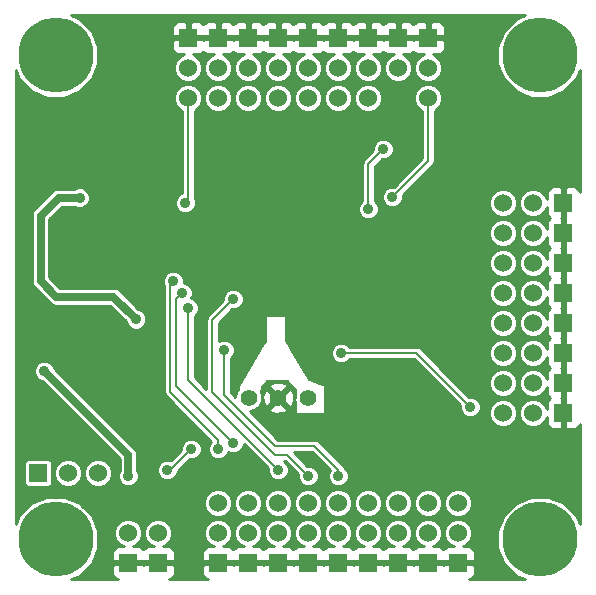
<source format=gbl>
G04 (created by PCBNEW (2013-03-19 BZR 4004)-stable) date 5/7/2013 2:04:26 PM*
%MOIN*%
G04 Gerber Fmt 3.4, Leading zero omitted, Abs format*
%FSLAX34Y34*%
G01*
G70*
G90*
G04 APERTURE LIST*
%ADD10C,2.3622e-006*%
%ADD11C,0.25*%
%ADD12C,0.055*%
%ADD13R,0.06X0.06*%
%ADD14C,0.06*%
%ADD15C,0.035*%
%ADD16C,0.008*%
%ADD17C,0.025*%
%ADD18C,0.01*%
G04 APERTURE END LIST*
G54D10*
G54D11*
X65716Y-48716D03*
X65716Y-32574D03*
X49574Y-32574D03*
X49574Y-48716D03*
G54D12*
X56016Y-44000D03*
X57984Y-44000D03*
X57000Y-44000D03*
G54D13*
X55000Y-32000D03*
G54D14*
X55000Y-33000D03*
X55000Y-34000D03*
G54D13*
X49000Y-46500D03*
G54D14*
X50000Y-46500D03*
X51000Y-46500D03*
G54D13*
X62000Y-32000D03*
G54D14*
X62000Y-33000D03*
X62000Y-34000D03*
G54D13*
X66500Y-37500D03*
G54D14*
X65500Y-37500D03*
X64500Y-37500D03*
G54D13*
X66500Y-41500D03*
G54D14*
X65500Y-41500D03*
X64500Y-41500D03*
G54D13*
X66500Y-42500D03*
G54D14*
X65500Y-42500D03*
X64500Y-42500D03*
G54D13*
X66500Y-44500D03*
G54D14*
X65500Y-44500D03*
X64500Y-44500D03*
G54D13*
X66500Y-43500D03*
G54D14*
X65500Y-43500D03*
X64500Y-43500D03*
G54D13*
X63000Y-49500D03*
G54D14*
X63000Y-48500D03*
X63000Y-47500D03*
G54D13*
X62000Y-49500D03*
G54D14*
X62000Y-48500D03*
X62000Y-47500D03*
G54D13*
X60000Y-49500D03*
G54D14*
X60000Y-48500D03*
X60000Y-47500D03*
G54D13*
X61000Y-49500D03*
G54D14*
X61000Y-48500D03*
X61000Y-47500D03*
G54D13*
X59000Y-49500D03*
G54D14*
X59000Y-48500D03*
X59000Y-47500D03*
G54D13*
X66500Y-38500D03*
G54D14*
X65500Y-38500D03*
X64500Y-38500D03*
G54D13*
X66500Y-39500D03*
G54D14*
X65500Y-39500D03*
X64500Y-39500D03*
G54D13*
X66500Y-40500D03*
G54D14*
X65500Y-40500D03*
X64500Y-40500D03*
G54D13*
X58000Y-49500D03*
G54D14*
X58000Y-48500D03*
X58000Y-47500D03*
G54D13*
X57000Y-49500D03*
G54D14*
X57000Y-48500D03*
X57000Y-47500D03*
G54D13*
X56000Y-49500D03*
G54D14*
X56000Y-48500D03*
X56000Y-47500D03*
G54D13*
X55000Y-49500D03*
G54D14*
X55000Y-48500D03*
X55000Y-47500D03*
G54D13*
X54000Y-32000D03*
G54D14*
X54000Y-33000D03*
X54000Y-34000D03*
G54D13*
X60000Y-32000D03*
G54D14*
X60000Y-33000D03*
X60000Y-34000D03*
G54D13*
X59000Y-32000D03*
G54D14*
X59000Y-33000D03*
X59000Y-34000D03*
G54D13*
X58000Y-32000D03*
G54D14*
X58000Y-33000D03*
X58000Y-34000D03*
G54D13*
X56000Y-32000D03*
G54D14*
X56000Y-33000D03*
X56000Y-34000D03*
G54D13*
X52000Y-49500D03*
G54D14*
X52000Y-48500D03*
G54D13*
X53000Y-49500D03*
G54D14*
X53000Y-48500D03*
G54D13*
X57000Y-32000D03*
G54D14*
X57000Y-33000D03*
X57000Y-34000D03*
G54D13*
X61000Y-32000D03*
G54D14*
X61000Y-33000D03*
G54D15*
X53500Y-40100D03*
X55000Y-45700D03*
X53800Y-40500D03*
X55500Y-45500D03*
X57000Y-46400D03*
X54000Y-41000D03*
X55500Y-40700D03*
X58000Y-46600D03*
X59000Y-46600D03*
X55200Y-42400D03*
X60800Y-37300D03*
X59100Y-42500D03*
X63400Y-44300D03*
X53900Y-37500D03*
X53300Y-46400D03*
X54100Y-45700D03*
X52250Y-41375D03*
X50375Y-37325D03*
X52000Y-46600D03*
X49200Y-43100D03*
X60500Y-35700D03*
X60000Y-37700D03*
X63850Y-31500D03*
X66950Y-46600D03*
X48425Y-40950D03*
X48900Y-35800D03*
X62500Y-44850D03*
X53300Y-44300D03*
X52400Y-44700D03*
X60000Y-41100D03*
X56400Y-41200D03*
X55500Y-39200D03*
X55700Y-36500D03*
X51600Y-41500D03*
X51700Y-39900D03*
X50525Y-39200D03*
X66450Y-36050D03*
X58275Y-36475D03*
G54D16*
X53500Y-43900D02*
X55000Y-45400D01*
X55000Y-45400D02*
X55000Y-45700D01*
X53400Y-43800D02*
X53500Y-43900D01*
X53400Y-40200D02*
X53400Y-43800D01*
X53500Y-40100D02*
X53400Y-40200D01*
X53600Y-43100D02*
X53600Y-43600D01*
X53600Y-43600D02*
X55500Y-45500D01*
X53600Y-40700D02*
X53600Y-43100D01*
X53800Y-40500D02*
X53600Y-40700D01*
X54000Y-41000D02*
X54000Y-43400D01*
X54000Y-43400D02*
X54300Y-43700D01*
X57000Y-46400D02*
X56700Y-46100D01*
X54500Y-43900D02*
X54300Y-43700D01*
X55700Y-45100D02*
X54500Y-43900D01*
X56700Y-46100D02*
X55700Y-45100D01*
X58000Y-46600D02*
X57300Y-45900D01*
X54800Y-43800D02*
X54800Y-43300D01*
X56900Y-45900D02*
X54800Y-43800D01*
X57300Y-45900D02*
X56900Y-45900D01*
X54800Y-41400D02*
X54800Y-43300D01*
X55500Y-40700D02*
X54800Y-41400D01*
X59000Y-46400D02*
X59000Y-46600D01*
X58200Y-45600D02*
X59000Y-46400D01*
X56900Y-45600D02*
X58200Y-45600D01*
X55700Y-44400D02*
X56900Y-45600D01*
X55200Y-43900D02*
X55700Y-44400D01*
X55200Y-42400D02*
X55200Y-43900D01*
X62000Y-36100D02*
X62000Y-34000D01*
X60800Y-37300D02*
X62000Y-36100D01*
X61600Y-42500D02*
X59100Y-42500D01*
X63400Y-44300D02*
X61600Y-42500D01*
X54000Y-37400D02*
X54000Y-34000D01*
X53900Y-37500D02*
X54000Y-37400D01*
X53400Y-46400D02*
X53300Y-46400D01*
X54100Y-45700D02*
X53400Y-46400D01*
G54D17*
X50125Y-40625D02*
X51500Y-40625D01*
X51500Y-40625D02*
X52250Y-41375D01*
X50125Y-40625D02*
X49600Y-40625D01*
X49600Y-40625D02*
X49075Y-40100D01*
X50375Y-37325D02*
X49675Y-37325D01*
X49675Y-37325D02*
X49075Y-37925D01*
X49075Y-37925D02*
X49075Y-40100D01*
X52000Y-45900D02*
X52000Y-46600D01*
X51200Y-45100D02*
X52000Y-45900D01*
X49200Y-43100D02*
X51200Y-45100D01*
G54D16*
X60000Y-37700D02*
X60000Y-36200D01*
X60000Y-36200D02*
X60500Y-35700D01*
G54D10*
G36*
X67046Y-48216D02*
X66921Y-47913D01*
X66521Y-47513D01*
X66450Y-47483D01*
X66450Y-44987D01*
X66450Y-44550D01*
X66442Y-44550D01*
X66442Y-44450D01*
X66450Y-44450D01*
X66450Y-44012D01*
X66437Y-44000D01*
X66450Y-43987D01*
X66450Y-43550D01*
X66442Y-43550D01*
X66442Y-43450D01*
X66450Y-43450D01*
X66450Y-43012D01*
X66437Y-43000D01*
X66450Y-42987D01*
X66450Y-42550D01*
X66442Y-42550D01*
X66442Y-42450D01*
X66450Y-42450D01*
X66450Y-42012D01*
X66437Y-42000D01*
X66450Y-41987D01*
X66450Y-41550D01*
X66442Y-41550D01*
X66442Y-41450D01*
X66450Y-41450D01*
X66450Y-41012D01*
X66437Y-41000D01*
X66450Y-40987D01*
X66450Y-40550D01*
X66442Y-40550D01*
X66442Y-40450D01*
X66450Y-40450D01*
X66450Y-40012D01*
X66437Y-40000D01*
X66450Y-39987D01*
X66450Y-39550D01*
X66442Y-39550D01*
X66442Y-39450D01*
X66450Y-39450D01*
X66450Y-39012D01*
X66437Y-39000D01*
X66450Y-38987D01*
X66450Y-38550D01*
X66442Y-38550D01*
X66442Y-38450D01*
X66450Y-38450D01*
X66450Y-38012D01*
X66437Y-38000D01*
X66450Y-37987D01*
X66450Y-37550D01*
X66442Y-37550D01*
X66442Y-37450D01*
X66450Y-37450D01*
X66450Y-37012D01*
X66387Y-36950D01*
X66150Y-36949D01*
X66058Y-36987D01*
X65988Y-37058D01*
X65950Y-37150D01*
X65949Y-37249D01*
X65949Y-37358D01*
X65898Y-37234D01*
X65766Y-37101D01*
X65593Y-37030D01*
X65406Y-37029D01*
X65234Y-37101D01*
X65101Y-37233D01*
X65030Y-37406D01*
X65029Y-37593D01*
X65101Y-37765D01*
X65233Y-37898D01*
X65406Y-37969D01*
X65593Y-37970D01*
X65765Y-37898D01*
X65898Y-37766D01*
X65949Y-37641D01*
X65949Y-37750D01*
X65950Y-37849D01*
X65988Y-37941D01*
X66046Y-38000D01*
X65988Y-38058D01*
X65950Y-38150D01*
X65949Y-38249D01*
X65949Y-38358D01*
X65898Y-38234D01*
X65766Y-38101D01*
X65593Y-38030D01*
X65406Y-38029D01*
X65234Y-38101D01*
X65101Y-38233D01*
X65030Y-38406D01*
X65029Y-38593D01*
X65101Y-38765D01*
X65233Y-38898D01*
X65406Y-38969D01*
X65593Y-38970D01*
X65765Y-38898D01*
X65898Y-38766D01*
X65949Y-38641D01*
X65949Y-38750D01*
X65950Y-38849D01*
X65988Y-38941D01*
X66046Y-39000D01*
X65988Y-39058D01*
X65950Y-39150D01*
X65949Y-39249D01*
X65949Y-39358D01*
X65898Y-39234D01*
X65766Y-39101D01*
X65593Y-39030D01*
X65406Y-39029D01*
X65234Y-39101D01*
X65101Y-39233D01*
X65030Y-39406D01*
X65029Y-39593D01*
X65101Y-39765D01*
X65233Y-39898D01*
X65406Y-39969D01*
X65593Y-39970D01*
X65765Y-39898D01*
X65898Y-39766D01*
X65949Y-39641D01*
X65949Y-39750D01*
X65950Y-39849D01*
X65988Y-39941D01*
X66046Y-40000D01*
X65988Y-40058D01*
X65950Y-40150D01*
X65949Y-40249D01*
X65949Y-40358D01*
X65898Y-40234D01*
X65766Y-40101D01*
X65593Y-40030D01*
X65406Y-40029D01*
X65234Y-40101D01*
X65101Y-40233D01*
X65030Y-40406D01*
X65029Y-40593D01*
X65101Y-40765D01*
X65233Y-40898D01*
X65406Y-40969D01*
X65593Y-40970D01*
X65765Y-40898D01*
X65898Y-40766D01*
X65949Y-40641D01*
X65949Y-40750D01*
X65950Y-40849D01*
X65988Y-40941D01*
X66046Y-41000D01*
X65988Y-41058D01*
X65950Y-41150D01*
X65949Y-41249D01*
X65949Y-41358D01*
X65898Y-41234D01*
X65766Y-41101D01*
X65593Y-41030D01*
X65406Y-41029D01*
X65234Y-41101D01*
X65101Y-41233D01*
X65030Y-41406D01*
X65029Y-41593D01*
X65101Y-41765D01*
X65233Y-41898D01*
X65406Y-41969D01*
X65593Y-41970D01*
X65765Y-41898D01*
X65898Y-41766D01*
X65949Y-41641D01*
X65949Y-41750D01*
X65950Y-41849D01*
X65988Y-41941D01*
X66046Y-42000D01*
X65988Y-42058D01*
X65950Y-42150D01*
X65949Y-42249D01*
X65949Y-42358D01*
X65898Y-42234D01*
X65766Y-42101D01*
X65593Y-42030D01*
X65406Y-42029D01*
X65234Y-42101D01*
X65101Y-42233D01*
X65030Y-42406D01*
X65029Y-42593D01*
X65101Y-42765D01*
X65233Y-42898D01*
X65406Y-42969D01*
X65593Y-42970D01*
X65765Y-42898D01*
X65898Y-42766D01*
X65949Y-42641D01*
X65949Y-42750D01*
X65950Y-42849D01*
X65988Y-42941D01*
X66046Y-43000D01*
X65988Y-43058D01*
X65950Y-43150D01*
X65949Y-43249D01*
X65949Y-43358D01*
X65898Y-43234D01*
X65766Y-43101D01*
X65593Y-43030D01*
X65406Y-43029D01*
X65234Y-43101D01*
X65101Y-43233D01*
X65030Y-43406D01*
X65029Y-43593D01*
X65101Y-43765D01*
X65233Y-43898D01*
X65406Y-43969D01*
X65593Y-43970D01*
X65765Y-43898D01*
X65898Y-43766D01*
X65949Y-43641D01*
X65949Y-43750D01*
X65950Y-43849D01*
X65988Y-43941D01*
X66046Y-44000D01*
X65988Y-44058D01*
X65950Y-44150D01*
X65949Y-44249D01*
X65949Y-44358D01*
X65898Y-44234D01*
X65766Y-44101D01*
X65593Y-44030D01*
X65406Y-44029D01*
X65234Y-44101D01*
X65101Y-44233D01*
X65030Y-44406D01*
X65029Y-44593D01*
X65101Y-44765D01*
X65233Y-44898D01*
X65406Y-44969D01*
X65593Y-44970D01*
X65765Y-44898D01*
X65898Y-44766D01*
X65949Y-44641D01*
X65949Y-44750D01*
X65950Y-44849D01*
X65988Y-44941D01*
X66058Y-45012D01*
X66150Y-45050D01*
X66387Y-45050D01*
X66450Y-44987D01*
X66450Y-47483D01*
X66000Y-47296D01*
X65435Y-47296D01*
X64970Y-47488D01*
X64970Y-44406D01*
X64970Y-43406D01*
X64970Y-42406D01*
X64970Y-41406D01*
X64970Y-40406D01*
X64970Y-39406D01*
X64970Y-38406D01*
X64970Y-37406D01*
X64898Y-37234D01*
X64766Y-37101D01*
X64593Y-37030D01*
X64406Y-37029D01*
X64234Y-37101D01*
X64101Y-37233D01*
X64030Y-37406D01*
X64029Y-37593D01*
X64101Y-37765D01*
X64233Y-37898D01*
X64406Y-37969D01*
X64593Y-37970D01*
X64765Y-37898D01*
X64898Y-37766D01*
X64969Y-37593D01*
X64970Y-37406D01*
X64970Y-38406D01*
X64898Y-38234D01*
X64766Y-38101D01*
X64593Y-38030D01*
X64406Y-38029D01*
X64234Y-38101D01*
X64101Y-38233D01*
X64030Y-38406D01*
X64029Y-38593D01*
X64101Y-38765D01*
X64233Y-38898D01*
X64406Y-38969D01*
X64593Y-38970D01*
X64765Y-38898D01*
X64898Y-38766D01*
X64969Y-38593D01*
X64970Y-38406D01*
X64970Y-39406D01*
X64898Y-39234D01*
X64766Y-39101D01*
X64593Y-39030D01*
X64406Y-39029D01*
X64234Y-39101D01*
X64101Y-39233D01*
X64030Y-39406D01*
X64029Y-39593D01*
X64101Y-39765D01*
X64233Y-39898D01*
X64406Y-39969D01*
X64593Y-39970D01*
X64765Y-39898D01*
X64898Y-39766D01*
X64969Y-39593D01*
X64970Y-39406D01*
X64970Y-40406D01*
X64898Y-40234D01*
X64766Y-40101D01*
X64593Y-40030D01*
X64406Y-40029D01*
X64234Y-40101D01*
X64101Y-40233D01*
X64030Y-40406D01*
X64029Y-40593D01*
X64101Y-40765D01*
X64233Y-40898D01*
X64406Y-40969D01*
X64593Y-40970D01*
X64765Y-40898D01*
X64898Y-40766D01*
X64969Y-40593D01*
X64970Y-40406D01*
X64970Y-41406D01*
X64898Y-41234D01*
X64766Y-41101D01*
X64593Y-41030D01*
X64406Y-41029D01*
X64234Y-41101D01*
X64101Y-41233D01*
X64030Y-41406D01*
X64029Y-41593D01*
X64101Y-41765D01*
X64233Y-41898D01*
X64406Y-41969D01*
X64593Y-41970D01*
X64765Y-41898D01*
X64898Y-41766D01*
X64969Y-41593D01*
X64970Y-41406D01*
X64970Y-42406D01*
X64898Y-42234D01*
X64766Y-42101D01*
X64593Y-42030D01*
X64406Y-42029D01*
X64234Y-42101D01*
X64101Y-42233D01*
X64030Y-42406D01*
X64029Y-42593D01*
X64101Y-42765D01*
X64233Y-42898D01*
X64406Y-42969D01*
X64593Y-42970D01*
X64765Y-42898D01*
X64898Y-42766D01*
X64969Y-42593D01*
X64970Y-42406D01*
X64970Y-43406D01*
X64898Y-43234D01*
X64766Y-43101D01*
X64593Y-43030D01*
X64406Y-43029D01*
X64234Y-43101D01*
X64101Y-43233D01*
X64030Y-43406D01*
X64029Y-43593D01*
X64101Y-43765D01*
X64233Y-43898D01*
X64406Y-43969D01*
X64593Y-43970D01*
X64765Y-43898D01*
X64898Y-43766D01*
X64969Y-43593D01*
X64970Y-43406D01*
X64970Y-44406D01*
X64898Y-44234D01*
X64766Y-44101D01*
X64593Y-44030D01*
X64406Y-44029D01*
X64234Y-44101D01*
X64101Y-44233D01*
X64030Y-44406D01*
X64029Y-44593D01*
X64101Y-44765D01*
X64233Y-44898D01*
X64406Y-44969D01*
X64593Y-44970D01*
X64765Y-44898D01*
X64898Y-44766D01*
X64969Y-44593D01*
X64970Y-44406D01*
X64970Y-47488D01*
X64913Y-47512D01*
X64513Y-47911D01*
X64296Y-48432D01*
X64296Y-48997D01*
X64512Y-49519D01*
X64911Y-49919D01*
X65216Y-50046D01*
X63745Y-50046D01*
X63745Y-44231D01*
X63692Y-44104D01*
X63595Y-44007D01*
X63468Y-43955D01*
X63351Y-43954D01*
X62550Y-43153D01*
X62550Y-32349D01*
X62550Y-31650D01*
X62512Y-31558D01*
X62441Y-31488D01*
X62349Y-31450D01*
X62250Y-31449D01*
X62112Y-31450D01*
X62050Y-31512D01*
X62050Y-31950D01*
X62487Y-31950D01*
X62550Y-31887D01*
X62550Y-31650D01*
X62550Y-32349D01*
X62550Y-32112D01*
X62487Y-32050D01*
X62050Y-32050D01*
X62050Y-32057D01*
X61950Y-32057D01*
X61950Y-32050D01*
X61950Y-31950D01*
X61950Y-31512D01*
X61887Y-31450D01*
X61749Y-31449D01*
X61650Y-31450D01*
X61558Y-31488D01*
X61500Y-31546D01*
X61441Y-31488D01*
X61349Y-31450D01*
X61250Y-31449D01*
X61112Y-31450D01*
X61050Y-31512D01*
X61050Y-31950D01*
X61487Y-31950D01*
X61500Y-31937D01*
X61512Y-31950D01*
X61950Y-31950D01*
X61950Y-32050D01*
X61512Y-32050D01*
X61500Y-32062D01*
X61487Y-32050D01*
X61050Y-32050D01*
X61050Y-32057D01*
X60950Y-32057D01*
X60950Y-32050D01*
X60950Y-31950D01*
X60950Y-31512D01*
X60887Y-31450D01*
X60749Y-31449D01*
X60650Y-31450D01*
X60558Y-31488D01*
X60500Y-31546D01*
X60441Y-31488D01*
X60349Y-31450D01*
X60250Y-31449D01*
X60112Y-31450D01*
X60050Y-31512D01*
X60050Y-31950D01*
X60487Y-31950D01*
X60500Y-31937D01*
X60512Y-31950D01*
X60950Y-31950D01*
X60950Y-32050D01*
X60512Y-32050D01*
X60500Y-32062D01*
X60487Y-32050D01*
X60050Y-32050D01*
X60050Y-32057D01*
X59950Y-32057D01*
X59950Y-32050D01*
X59950Y-31950D01*
X59950Y-31512D01*
X59887Y-31450D01*
X59749Y-31449D01*
X59650Y-31450D01*
X59558Y-31488D01*
X59500Y-31546D01*
X59441Y-31488D01*
X59349Y-31450D01*
X59250Y-31449D01*
X59112Y-31450D01*
X59050Y-31512D01*
X59050Y-31950D01*
X59487Y-31950D01*
X59500Y-31937D01*
X59512Y-31950D01*
X59950Y-31950D01*
X59950Y-32050D01*
X59512Y-32050D01*
X59500Y-32062D01*
X59487Y-32050D01*
X59050Y-32050D01*
X59050Y-32057D01*
X58950Y-32057D01*
X58950Y-32050D01*
X58950Y-31950D01*
X58950Y-31512D01*
X58887Y-31450D01*
X58749Y-31449D01*
X58650Y-31450D01*
X58558Y-31488D01*
X58500Y-31546D01*
X58441Y-31488D01*
X58349Y-31450D01*
X58250Y-31449D01*
X58112Y-31450D01*
X58050Y-31512D01*
X58050Y-31950D01*
X58487Y-31950D01*
X58500Y-31937D01*
X58512Y-31950D01*
X58950Y-31950D01*
X58950Y-32050D01*
X58512Y-32050D01*
X58500Y-32062D01*
X58487Y-32050D01*
X58050Y-32050D01*
X58050Y-32057D01*
X57950Y-32057D01*
X57950Y-32050D01*
X57950Y-31950D01*
X57950Y-31512D01*
X57887Y-31450D01*
X57749Y-31449D01*
X57650Y-31450D01*
X57558Y-31488D01*
X57500Y-31546D01*
X57441Y-31488D01*
X57349Y-31450D01*
X57250Y-31449D01*
X57112Y-31450D01*
X57050Y-31512D01*
X57050Y-31950D01*
X57487Y-31950D01*
X57500Y-31937D01*
X57512Y-31950D01*
X57950Y-31950D01*
X57950Y-32050D01*
X57512Y-32050D01*
X57500Y-32062D01*
X57487Y-32050D01*
X57050Y-32050D01*
X57050Y-32057D01*
X56950Y-32057D01*
X56950Y-32050D01*
X56950Y-31950D01*
X56950Y-31512D01*
X56887Y-31450D01*
X56749Y-31449D01*
X56650Y-31450D01*
X56558Y-31488D01*
X56500Y-31546D01*
X56441Y-31488D01*
X56349Y-31450D01*
X56250Y-31449D01*
X56112Y-31450D01*
X56050Y-31512D01*
X56050Y-31950D01*
X56487Y-31950D01*
X56500Y-31937D01*
X56512Y-31950D01*
X56950Y-31950D01*
X56950Y-32050D01*
X56512Y-32050D01*
X56500Y-32062D01*
X56487Y-32050D01*
X56050Y-32050D01*
X56050Y-32057D01*
X55950Y-32057D01*
X55950Y-32050D01*
X55950Y-31950D01*
X55950Y-31512D01*
X55887Y-31450D01*
X55749Y-31449D01*
X55650Y-31450D01*
X55558Y-31488D01*
X55500Y-31546D01*
X55441Y-31488D01*
X55349Y-31450D01*
X55250Y-31449D01*
X55112Y-31450D01*
X55050Y-31512D01*
X55050Y-31950D01*
X55487Y-31950D01*
X55500Y-31937D01*
X55512Y-31950D01*
X55950Y-31950D01*
X55950Y-32050D01*
X55512Y-32050D01*
X55500Y-32062D01*
X55487Y-32050D01*
X55050Y-32050D01*
X55050Y-32057D01*
X54950Y-32057D01*
X54950Y-32050D01*
X54950Y-31950D01*
X54950Y-31512D01*
X54887Y-31450D01*
X54749Y-31449D01*
X54650Y-31450D01*
X54558Y-31488D01*
X54500Y-31546D01*
X54441Y-31488D01*
X54349Y-31450D01*
X54250Y-31449D01*
X54112Y-31450D01*
X54050Y-31512D01*
X54050Y-31950D01*
X54487Y-31950D01*
X54500Y-31937D01*
X54512Y-31950D01*
X54950Y-31950D01*
X54950Y-32050D01*
X54512Y-32050D01*
X54500Y-32062D01*
X54487Y-32050D01*
X54050Y-32050D01*
X54050Y-32057D01*
X53950Y-32057D01*
X53950Y-32050D01*
X53950Y-31950D01*
X53950Y-31512D01*
X53887Y-31450D01*
X53749Y-31449D01*
X53650Y-31450D01*
X53558Y-31488D01*
X53487Y-31558D01*
X53449Y-31650D01*
X53450Y-31887D01*
X53512Y-31950D01*
X53950Y-31950D01*
X53950Y-32050D01*
X53512Y-32050D01*
X53450Y-32112D01*
X53449Y-32349D01*
X53487Y-32441D01*
X53558Y-32511D01*
X53650Y-32549D01*
X53749Y-32550D01*
X53858Y-32550D01*
X53734Y-32601D01*
X53601Y-32733D01*
X53530Y-32906D01*
X53529Y-33093D01*
X53601Y-33265D01*
X53733Y-33398D01*
X53906Y-33469D01*
X54093Y-33470D01*
X54265Y-33398D01*
X54398Y-33266D01*
X54469Y-33093D01*
X54470Y-32906D01*
X54398Y-32734D01*
X54266Y-32601D01*
X54141Y-32550D01*
X54250Y-32550D01*
X54349Y-32549D01*
X54441Y-32511D01*
X54500Y-32453D01*
X54558Y-32511D01*
X54650Y-32549D01*
X54749Y-32550D01*
X54858Y-32550D01*
X54734Y-32601D01*
X54601Y-32733D01*
X54530Y-32906D01*
X54529Y-33093D01*
X54601Y-33265D01*
X54733Y-33398D01*
X54906Y-33469D01*
X55093Y-33470D01*
X55265Y-33398D01*
X55398Y-33266D01*
X55469Y-33093D01*
X55470Y-32906D01*
X55398Y-32734D01*
X55266Y-32601D01*
X55141Y-32550D01*
X55250Y-32550D01*
X55349Y-32549D01*
X55441Y-32511D01*
X55500Y-32453D01*
X55558Y-32511D01*
X55650Y-32549D01*
X55749Y-32550D01*
X55858Y-32550D01*
X55734Y-32601D01*
X55601Y-32733D01*
X55530Y-32906D01*
X55529Y-33093D01*
X55601Y-33265D01*
X55733Y-33398D01*
X55906Y-33469D01*
X56093Y-33470D01*
X56265Y-33398D01*
X56398Y-33266D01*
X56469Y-33093D01*
X56470Y-32906D01*
X56398Y-32734D01*
X56266Y-32601D01*
X56141Y-32550D01*
X56250Y-32550D01*
X56349Y-32549D01*
X56441Y-32511D01*
X56500Y-32453D01*
X56558Y-32511D01*
X56650Y-32549D01*
X56749Y-32550D01*
X56858Y-32550D01*
X56734Y-32601D01*
X56601Y-32733D01*
X56530Y-32906D01*
X56529Y-33093D01*
X56601Y-33265D01*
X56733Y-33398D01*
X56906Y-33469D01*
X57093Y-33470D01*
X57265Y-33398D01*
X57398Y-33266D01*
X57469Y-33093D01*
X57470Y-32906D01*
X57398Y-32734D01*
X57266Y-32601D01*
X57141Y-32550D01*
X57250Y-32550D01*
X57349Y-32549D01*
X57441Y-32511D01*
X57500Y-32453D01*
X57558Y-32511D01*
X57650Y-32549D01*
X57749Y-32550D01*
X57858Y-32550D01*
X57734Y-32601D01*
X57601Y-32733D01*
X57530Y-32906D01*
X57529Y-33093D01*
X57601Y-33265D01*
X57733Y-33398D01*
X57906Y-33469D01*
X58093Y-33470D01*
X58265Y-33398D01*
X58398Y-33266D01*
X58469Y-33093D01*
X58470Y-32906D01*
X58398Y-32734D01*
X58266Y-32601D01*
X58141Y-32550D01*
X58250Y-32550D01*
X58349Y-32549D01*
X58441Y-32511D01*
X58500Y-32453D01*
X58558Y-32511D01*
X58650Y-32549D01*
X58749Y-32550D01*
X58858Y-32550D01*
X58734Y-32601D01*
X58601Y-32733D01*
X58530Y-32906D01*
X58529Y-33093D01*
X58601Y-33265D01*
X58733Y-33398D01*
X58906Y-33469D01*
X59093Y-33470D01*
X59265Y-33398D01*
X59398Y-33266D01*
X59469Y-33093D01*
X59470Y-32906D01*
X59398Y-32734D01*
X59266Y-32601D01*
X59141Y-32550D01*
X59250Y-32550D01*
X59349Y-32549D01*
X59441Y-32511D01*
X59500Y-32453D01*
X59558Y-32511D01*
X59650Y-32549D01*
X59749Y-32550D01*
X59858Y-32550D01*
X59734Y-32601D01*
X59601Y-32733D01*
X59530Y-32906D01*
X59529Y-33093D01*
X59601Y-33265D01*
X59733Y-33398D01*
X59906Y-33469D01*
X60093Y-33470D01*
X60265Y-33398D01*
X60398Y-33266D01*
X60469Y-33093D01*
X60470Y-32906D01*
X60398Y-32734D01*
X60266Y-32601D01*
X60141Y-32550D01*
X60250Y-32550D01*
X60349Y-32549D01*
X60441Y-32511D01*
X60500Y-32453D01*
X60558Y-32511D01*
X60650Y-32549D01*
X60749Y-32550D01*
X60858Y-32550D01*
X60734Y-32601D01*
X60601Y-32733D01*
X60530Y-32906D01*
X60529Y-33093D01*
X60601Y-33265D01*
X60733Y-33398D01*
X60906Y-33469D01*
X61093Y-33470D01*
X61265Y-33398D01*
X61398Y-33266D01*
X61469Y-33093D01*
X61470Y-32906D01*
X61398Y-32734D01*
X61266Y-32601D01*
X61141Y-32550D01*
X61250Y-32550D01*
X61349Y-32549D01*
X61441Y-32511D01*
X61500Y-32453D01*
X61558Y-32511D01*
X61650Y-32549D01*
X61749Y-32550D01*
X61858Y-32550D01*
X61734Y-32601D01*
X61601Y-32733D01*
X61530Y-32906D01*
X61529Y-33093D01*
X61601Y-33265D01*
X61733Y-33398D01*
X61906Y-33469D01*
X62093Y-33470D01*
X62265Y-33398D01*
X62398Y-33266D01*
X62469Y-33093D01*
X62470Y-32906D01*
X62398Y-32734D01*
X62266Y-32601D01*
X62141Y-32550D01*
X62250Y-32550D01*
X62349Y-32549D01*
X62441Y-32511D01*
X62512Y-32441D01*
X62550Y-32349D01*
X62550Y-43153D01*
X62470Y-43073D01*
X62470Y-33906D01*
X62398Y-33734D01*
X62266Y-33601D01*
X62093Y-33530D01*
X61906Y-33529D01*
X61734Y-33601D01*
X61601Y-33733D01*
X61530Y-33906D01*
X61529Y-34093D01*
X61601Y-34265D01*
X61733Y-34398D01*
X61790Y-34421D01*
X61790Y-36013D01*
X60847Y-36955D01*
X60845Y-36955D01*
X60845Y-35631D01*
X60792Y-35504D01*
X60695Y-35407D01*
X60568Y-35355D01*
X60470Y-35354D01*
X60470Y-33906D01*
X60398Y-33734D01*
X60266Y-33601D01*
X60093Y-33530D01*
X59906Y-33529D01*
X59734Y-33601D01*
X59601Y-33733D01*
X59530Y-33906D01*
X59529Y-34093D01*
X59601Y-34265D01*
X59733Y-34398D01*
X59906Y-34469D01*
X60093Y-34470D01*
X60265Y-34398D01*
X60398Y-34266D01*
X60469Y-34093D01*
X60470Y-33906D01*
X60470Y-35354D01*
X60431Y-35354D01*
X60304Y-35407D01*
X60207Y-35504D01*
X60155Y-35631D01*
X60154Y-35748D01*
X59851Y-36051D01*
X59805Y-36119D01*
X59790Y-36200D01*
X59790Y-37422D01*
X59707Y-37504D01*
X59655Y-37631D01*
X59654Y-37768D01*
X59707Y-37895D01*
X59804Y-37992D01*
X59931Y-38044D01*
X60068Y-38045D01*
X60195Y-37992D01*
X60292Y-37895D01*
X60344Y-37768D01*
X60345Y-37631D01*
X60292Y-37504D01*
X60210Y-37422D01*
X60210Y-36286D01*
X60452Y-36044D01*
X60568Y-36045D01*
X60695Y-35992D01*
X60792Y-35895D01*
X60844Y-35768D01*
X60845Y-35631D01*
X60845Y-36955D01*
X60731Y-36954D01*
X60604Y-37007D01*
X60507Y-37104D01*
X60455Y-37231D01*
X60454Y-37368D01*
X60507Y-37495D01*
X60604Y-37592D01*
X60731Y-37644D01*
X60868Y-37645D01*
X60995Y-37592D01*
X61092Y-37495D01*
X61144Y-37368D01*
X61145Y-37251D01*
X62148Y-36248D01*
X62148Y-36248D01*
X62148Y-36248D01*
X62194Y-36180D01*
X62194Y-36180D01*
X62206Y-36115D01*
X62210Y-36100D01*
X62209Y-36100D01*
X62210Y-36100D01*
X62210Y-34421D01*
X62265Y-34398D01*
X62398Y-34266D01*
X62469Y-34093D01*
X62470Y-33906D01*
X62470Y-43073D01*
X61748Y-42351D01*
X61680Y-42305D01*
X61600Y-42290D01*
X59470Y-42290D01*
X59470Y-33906D01*
X59398Y-33734D01*
X59266Y-33601D01*
X59093Y-33530D01*
X58906Y-33529D01*
X58734Y-33601D01*
X58601Y-33733D01*
X58530Y-33906D01*
X58529Y-34093D01*
X58601Y-34265D01*
X58733Y-34398D01*
X58906Y-34469D01*
X59093Y-34470D01*
X59265Y-34398D01*
X59398Y-34266D01*
X59469Y-34093D01*
X59470Y-33906D01*
X59470Y-42290D01*
X59377Y-42290D01*
X59295Y-42207D01*
X59168Y-42155D01*
X59031Y-42154D01*
X58904Y-42207D01*
X58807Y-42304D01*
X58755Y-42431D01*
X58754Y-42568D01*
X58807Y-42695D01*
X58904Y-42792D01*
X59031Y-42844D01*
X59168Y-42845D01*
X59295Y-42792D01*
X59377Y-42710D01*
X61513Y-42710D01*
X63055Y-44252D01*
X63054Y-44368D01*
X63107Y-44495D01*
X63204Y-44592D01*
X63331Y-44644D01*
X63468Y-44645D01*
X63595Y-44592D01*
X63692Y-44495D01*
X63744Y-44368D01*
X63745Y-44231D01*
X63745Y-50046D01*
X63358Y-50046D01*
X63441Y-50011D01*
X63512Y-49941D01*
X63550Y-49849D01*
X63550Y-49150D01*
X63512Y-49058D01*
X63441Y-48988D01*
X63349Y-48950D01*
X63250Y-48949D01*
X63141Y-48949D01*
X63265Y-48898D01*
X63398Y-48766D01*
X63469Y-48593D01*
X63470Y-48406D01*
X63470Y-47406D01*
X63398Y-47234D01*
X63266Y-47101D01*
X63093Y-47030D01*
X62906Y-47029D01*
X62734Y-47101D01*
X62601Y-47233D01*
X62530Y-47406D01*
X62529Y-47593D01*
X62601Y-47765D01*
X62733Y-47898D01*
X62906Y-47969D01*
X63093Y-47970D01*
X63265Y-47898D01*
X63398Y-47766D01*
X63469Y-47593D01*
X63470Y-47406D01*
X63470Y-48406D01*
X63398Y-48234D01*
X63266Y-48101D01*
X63093Y-48030D01*
X62906Y-48029D01*
X62734Y-48101D01*
X62601Y-48233D01*
X62530Y-48406D01*
X62529Y-48593D01*
X62601Y-48765D01*
X62733Y-48898D01*
X62858Y-48949D01*
X62749Y-48949D01*
X62650Y-48950D01*
X62558Y-48988D01*
X62500Y-49046D01*
X62441Y-48988D01*
X62349Y-48950D01*
X62250Y-48949D01*
X62141Y-48949D01*
X62265Y-48898D01*
X62398Y-48766D01*
X62469Y-48593D01*
X62470Y-48406D01*
X62470Y-47406D01*
X62398Y-47234D01*
X62266Y-47101D01*
X62093Y-47030D01*
X61906Y-47029D01*
X61734Y-47101D01*
X61601Y-47233D01*
X61530Y-47406D01*
X61529Y-47593D01*
X61601Y-47765D01*
X61733Y-47898D01*
X61906Y-47969D01*
X62093Y-47970D01*
X62265Y-47898D01*
X62398Y-47766D01*
X62469Y-47593D01*
X62470Y-47406D01*
X62470Y-48406D01*
X62398Y-48234D01*
X62266Y-48101D01*
X62093Y-48030D01*
X61906Y-48029D01*
X61734Y-48101D01*
X61601Y-48233D01*
X61530Y-48406D01*
X61529Y-48593D01*
X61601Y-48765D01*
X61733Y-48898D01*
X61858Y-48949D01*
X61749Y-48949D01*
X61650Y-48950D01*
X61558Y-48988D01*
X61500Y-49046D01*
X61441Y-48988D01*
X61349Y-48950D01*
X61250Y-48949D01*
X61141Y-48949D01*
X61265Y-48898D01*
X61398Y-48766D01*
X61469Y-48593D01*
X61470Y-48406D01*
X61470Y-47406D01*
X61398Y-47234D01*
X61266Y-47101D01*
X61093Y-47030D01*
X60906Y-47029D01*
X60734Y-47101D01*
X60601Y-47233D01*
X60530Y-47406D01*
X60529Y-47593D01*
X60601Y-47765D01*
X60733Y-47898D01*
X60906Y-47969D01*
X61093Y-47970D01*
X61265Y-47898D01*
X61398Y-47766D01*
X61469Y-47593D01*
X61470Y-47406D01*
X61470Y-48406D01*
X61398Y-48234D01*
X61266Y-48101D01*
X61093Y-48030D01*
X60906Y-48029D01*
X60734Y-48101D01*
X60601Y-48233D01*
X60530Y-48406D01*
X60529Y-48593D01*
X60601Y-48765D01*
X60733Y-48898D01*
X60858Y-48949D01*
X60749Y-48949D01*
X60650Y-48950D01*
X60558Y-48988D01*
X60500Y-49046D01*
X60441Y-48988D01*
X60349Y-48950D01*
X60250Y-48949D01*
X60141Y-48949D01*
X60265Y-48898D01*
X60398Y-48766D01*
X60469Y-48593D01*
X60470Y-48406D01*
X60470Y-47406D01*
X60398Y-47234D01*
X60266Y-47101D01*
X60093Y-47030D01*
X59906Y-47029D01*
X59734Y-47101D01*
X59601Y-47233D01*
X59530Y-47406D01*
X59529Y-47593D01*
X59601Y-47765D01*
X59733Y-47898D01*
X59906Y-47969D01*
X60093Y-47970D01*
X60265Y-47898D01*
X60398Y-47766D01*
X60469Y-47593D01*
X60470Y-47406D01*
X60470Y-48406D01*
X60398Y-48234D01*
X60266Y-48101D01*
X60093Y-48030D01*
X59906Y-48029D01*
X59734Y-48101D01*
X59601Y-48233D01*
X59530Y-48406D01*
X59529Y-48593D01*
X59601Y-48765D01*
X59733Y-48898D01*
X59858Y-48949D01*
X59749Y-48949D01*
X59650Y-48950D01*
X59558Y-48988D01*
X59500Y-49046D01*
X59441Y-48988D01*
X59349Y-48950D01*
X59250Y-48949D01*
X59141Y-48949D01*
X59265Y-48898D01*
X59398Y-48766D01*
X59469Y-48593D01*
X59470Y-48406D01*
X59470Y-47406D01*
X59398Y-47234D01*
X59345Y-47180D01*
X59345Y-46531D01*
X59292Y-46404D01*
X59195Y-46307D01*
X59182Y-46302D01*
X59148Y-46251D01*
X59148Y-46251D01*
X58348Y-45451D01*
X58280Y-45405D01*
X58200Y-45390D01*
X57529Y-45390D01*
X57529Y-44075D01*
X57518Y-43867D01*
X57460Y-43727D01*
X57367Y-43702D01*
X57297Y-43773D01*
X57297Y-43632D01*
X57272Y-43539D01*
X57075Y-43470D01*
X56867Y-43481D01*
X56727Y-43539D01*
X56702Y-43632D01*
X57000Y-43929D01*
X57297Y-43632D01*
X57297Y-43773D01*
X57070Y-44000D01*
X57367Y-44297D01*
X57460Y-44272D01*
X57529Y-44075D01*
X57529Y-45390D01*
X57297Y-45390D01*
X57297Y-44367D01*
X57000Y-44070D01*
X56929Y-44141D01*
X56929Y-44000D01*
X56632Y-43702D01*
X56539Y-43727D01*
X56470Y-43924D01*
X56481Y-44132D01*
X56539Y-44272D01*
X56632Y-44297D01*
X56929Y-44000D01*
X56929Y-44141D01*
X56702Y-44367D01*
X56727Y-44460D01*
X56924Y-44529D01*
X57132Y-44518D01*
X57272Y-44460D01*
X57297Y-44367D01*
X57297Y-45390D01*
X56986Y-45390D01*
X56042Y-44445D01*
X56104Y-44445D01*
X56267Y-44377D01*
X56295Y-44350D01*
X56343Y-44350D01*
X56351Y-44293D01*
X56393Y-44252D01*
X56460Y-44088D01*
X56461Y-43911D01*
X56420Y-43812D01*
X56447Y-43623D01*
X56620Y-43450D01*
X57279Y-43450D01*
X57550Y-43720D01*
X57550Y-43884D01*
X57539Y-43911D01*
X57538Y-44088D01*
X57550Y-44114D01*
X57550Y-44550D01*
X58550Y-44550D01*
X58550Y-43566D01*
X58470Y-43534D01*
X58470Y-33906D01*
X58398Y-33734D01*
X58266Y-33601D01*
X58093Y-33530D01*
X57906Y-33529D01*
X57734Y-33601D01*
X57601Y-33733D01*
X57530Y-33906D01*
X57529Y-34093D01*
X57601Y-34265D01*
X57733Y-34398D01*
X57906Y-34469D01*
X58093Y-34470D01*
X58265Y-34398D01*
X58398Y-34266D01*
X58469Y-34093D01*
X58470Y-33906D01*
X58470Y-43534D01*
X58033Y-43359D01*
X57470Y-42443D01*
X57470Y-33906D01*
X57398Y-33734D01*
X57266Y-33601D01*
X57093Y-33530D01*
X56906Y-33529D01*
X56734Y-33601D01*
X56601Y-33733D01*
X56530Y-33906D01*
X56529Y-34093D01*
X56601Y-34265D01*
X56733Y-34398D01*
X56906Y-34469D01*
X57093Y-34470D01*
X57265Y-34398D01*
X57398Y-34266D01*
X57469Y-34093D01*
X57470Y-33906D01*
X57470Y-42443D01*
X57250Y-42085D01*
X57250Y-41250D01*
X56550Y-41250D01*
X56550Y-42086D01*
X56470Y-42219D01*
X56470Y-33906D01*
X56398Y-33734D01*
X56266Y-33601D01*
X56093Y-33530D01*
X55906Y-33529D01*
X55734Y-33601D01*
X55601Y-33733D01*
X55530Y-33906D01*
X55529Y-34093D01*
X55601Y-34265D01*
X55733Y-34398D01*
X55906Y-34469D01*
X56093Y-34470D01*
X56265Y-34398D01*
X56398Y-34266D01*
X56469Y-34093D01*
X56470Y-33906D01*
X56470Y-42219D01*
X55650Y-43586D01*
X55650Y-43736D01*
X55638Y-43747D01*
X55571Y-43911D01*
X55571Y-43974D01*
X55410Y-43813D01*
X55410Y-42677D01*
X55492Y-42595D01*
X55544Y-42468D01*
X55545Y-42331D01*
X55492Y-42204D01*
X55395Y-42107D01*
X55268Y-42055D01*
X55131Y-42054D01*
X55010Y-42105D01*
X55010Y-41486D01*
X55452Y-41044D01*
X55568Y-41045D01*
X55695Y-40992D01*
X55792Y-40895D01*
X55844Y-40768D01*
X55845Y-40631D01*
X55792Y-40504D01*
X55695Y-40407D01*
X55568Y-40355D01*
X55470Y-40354D01*
X55470Y-33906D01*
X55398Y-33734D01*
X55266Y-33601D01*
X55093Y-33530D01*
X54906Y-33529D01*
X54734Y-33601D01*
X54601Y-33733D01*
X54530Y-33906D01*
X54529Y-34093D01*
X54601Y-34265D01*
X54733Y-34398D01*
X54906Y-34469D01*
X55093Y-34470D01*
X55265Y-34398D01*
X55398Y-34266D01*
X55469Y-34093D01*
X55470Y-33906D01*
X55470Y-40354D01*
X55431Y-40354D01*
X55304Y-40407D01*
X55207Y-40504D01*
X55155Y-40631D01*
X55154Y-40748D01*
X54651Y-41251D01*
X54605Y-41319D01*
X54590Y-41400D01*
X54590Y-43300D01*
X54590Y-43693D01*
X54470Y-43573D01*
X54470Y-33906D01*
X54398Y-33734D01*
X54266Y-33601D01*
X54093Y-33530D01*
X53906Y-33529D01*
X53734Y-33601D01*
X53601Y-33733D01*
X53530Y-33906D01*
X53529Y-34093D01*
X53601Y-34265D01*
X53733Y-34398D01*
X53790Y-34421D01*
X53790Y-37172D01*
X53704Y-37207D01*
X53607Y-37304D01*
X53555Y-37431D01*
X53554Y-37568D01*
X53607Y-37695D01*
X53704Y-37792D01*
X53831Y-37844D01*
X53968Y-37845D01*
X54095Y-37792D01*
X54192Y-37695D01*
X54244Y-37568D01*
X54245Y-37431D01*
X54210Y-37346D01*
X54210Y-34421D01*
X54265Y-34398D01*
X54398Y-34266D01*
X54469Y-34093D01*
X54470Y-33906D01*
X54470Y-43573D01*
X54448Y-43551D01*
X54448Y-43551D01*
X54210Y-43313D01*
X54210Y-41277D01*
X54292Y-41195D01*
X54344Y-41068D01*
X54345Y-40931D01*
X54292Y-40804D01*
X54195Y-40707D01*
X54103Y-40669D01*
X54144Y-40568D01*
X54145Y-40431D01*
X54092Y-40304D01*
X53995Y-40207D01*
X53868Y-40155D01*
X53844Y-40155D01*
X53845Y-40031D01*
X53792Y-39904D01*
X53695Y-39807D01*
X53568Y-39755D01*
X53431Y-39754D01*
X53304Y-39807D01*
X53207Y-39904D01*
X53155Y-40031D01*
X53154Y-40168D01*
X53190Y-40253D01*
X53190Y-43800D01*
X53205Y-43880D01*
X53251Y-43948D01*
X53351Y-44048D01*
X54757Y-45454D01*
X54707Y-45504D01*
X54655Y-45631D01*
X54654Y-45768D01*
X54707Y-45895D01*
X54804Y-45992D01*
X54931Y-46044D01*
X55068Y-46045D01*
X55195Y-45992D01*
X55292Y-45895D01*
X55330Y-45803D01*
X55431Y-45844D01*
X55568Y-45845D01*
X55695Y-45792D01*
X55792Y-45695D01*
X55844Y-45568D01*
X55844Y-45541D01*
X56551Y-46248D01*
X56551Y-46248D01*
X56655Y-46352D01*
X56654Y-46468D01*
X56707Y-46595D01*
X56804Y-46692D01*
X56931Y-46744D01*
X57068Y-46745D01*
X57195Y-46692D01*
X57292Y-46595D01*
X57344Y-46468D01*
X57345Y-46331D01*
X57292Y-46204D01*
X57197Y-46110D01*
X57213Y-46110D01*
X57655Y-46552D01*
X57654Y-46668D01*
X57707Y-46795D01*
X57804Y-46892D01*
X57931Y-46944D01*
X58068Y-46945D01*
X58195Y-46892D01*
X58292Y-46795D01*
X58344Y-46668D01*
X58345Y-46531D01*
X58292Y-46404D01*
X58195Y-46307D01*
X58068Y-46255D01*
X57951Y-46254D01*
X57506Y-45810D01*
X58113Y-45810D01*
X58707Y-46404D01*
X58655Y-46531D01*
X58654Y-46668D01*
X58707Y-46795D01*
X58804Y-46892D01*
X58931Y-46944D01*
X59068Y-46945D01*
X59195Y-46892D01*
X59292Y-46795D01*
X59344Y-46668D01*
X59345Y-46531D01*
X59345Y-47180D01*
X59266Y-47101D01*
X59093Y-47030D01*
X58906Y-47029D01*
X58734Y-47101D01*
X58601Y-47233D01*
X58530Y-47406D01*
X58529Y-47593D01*
X58601Y-47765D01*
X58733Y-47898D01*
X58906Y-47969D01*
X59093Y-47970D01*
X59265Y-47898D01*
X59398Y-47766D01*
X59469Y-47593D01*
X59470Y-47406D01*
X59470Y-48406D01*
X59398Y-48234D01*
X59266Y-48101D01*
X59093Y-48030D01*
X58906Y-48029D01*
X58734Y-48101D01*
X58601Y-48233D01*
X58530Y-48406D01*
X58529Y-48593D01*
X58601Y-48765D01*
X58733Y-48898D01*
X58858Y-48949D01*
X58749Y-48949D01*
X58650Y-48950D01*
X58558Y-48988D01*
X58500Y-49046D01*
X58441Y-48988D01*
X58349Y-48950D01*
X58250Y-48949D01*
X58141Y-48949D01*
X58265Y-48898D01*
X58398Y-48766D01*
X58469Y-48593D01*
X58470Y-48406D01*
X58470Y-47406D01*
X58398Y-47234D01*
X58266Y-47101D01*
X58093Y-47030D01*
X57906Y-47029D01*
X57734Y-47101D01*
X57601Y-47233D01*
X57530Y-47406D01*
X57529Y-47593D01*
X57601Y-47765D01*
X57733Y-47898D01*
X57906Y-47969D01*
X58093Y-47970D01*
X58265Y-47898D01*
X58398Y-47766D01*
X58469Y-47593D01*
X58470Y-47406D01*
X58470Y-48406D01*
X58398Y-48234D01*
X58266Y-48101D01*
X58093Y-48030D01*
X57906Y-48029D01*
X57734Y-48101D01*
X57601Y-48233D01*
X57530Y-48406D01*
X57529Y-48593D01*
X57601Y-48765D01*
X57733Y-48898D01*
X57858Y-48949D01*
X57749Y-48949D01*
X57650Y-48950D01*
X57558Y-48988D01*
X57500Y-49046D01*
X57441Y-48988D01*
X57349Y-48950D01*
X57250Y-48949D01*
X57141Y-48949D01*
X57265Y-48898D01*
X57398Y-48766D01*
X57469Y-48593D01*
X57470Y-48406D01*
X57470Y-47406D01*
X57398Y-47234D01*
X57266Y-47101D01*
X57093Y-47030D01*
X56906Y-47029D01*
X56734Y-47101D01*
X56601Y-47233D01*
X56530Y-47406D01*
X56529Y-47593D01*
X56601Y-47765D01*
X56733Y-47898D01*
X56906Y-47969D01*
X57093Y-47970D01*
X57265Y-47898D01*
X57398Y-47766D01*
X57469Y-47593D01*
X57470Y-47406D01*
X57470Y-48406D01*
X57398Y-48234D01*
X57266Y-48101D01*
X57093Y-48030D01*
X56906Y-48029D01*
X56734Y-48101D01*
X56601Y-48233D01*
X56530Y-48406D01*
X56529Y-48593D01*
X56601Y-48765D01*
X56733Y-48898D01*
X56858Y-48949D01*
X56749Y-48949D01*
X56650Y-48950D01*
X56558Y-48988D01*
X56500Y-49046D01*
X56441Y-48988D01*
X56349Y-48950D01*
X56250Y-48949D01*
X56141Y-48949D01*
X56265Y-48898D01*
X56398Y-48766D01*
X56469Y-48593D01*
X56470Y-48406D01*
X56470Y-47406D01*
X56398Y-47234D01*
X56266Y-47101D01*
X56093Y-47030D01*
X55906Y-47029D01*
X55734Y-47101D01*
X55601Y-47233D01*
X55530Y-47406D01*
X55529Y-47593D01*
X55601Y-47765D01*
X55733Y-47898D01*
X55906Y-47969D01*
X56093Y-47970D01*
X56265Y-47898D01*
X56398Y-47766D01*
X56469Y-47593D01*
X56470Y-47406D01*
X56470Y-48406D01*
X56398Y-48234D01*
X56266Y-48101D01*
X56093Y-48030D01*
X55906Y-48029D01*
X55734Y-48101D01*
X55601Y-48233D01*
X55530Y-48406D01*
X55529Y-48593D01*
X55601Y-48765D01*
X55733Y-48898D01*
X55858Y-48949D01*
X55749Y-48949D01*
X55650Y-48950D01*
X55558Y-48988D01*
X55500Y-49046D01*
X55441Y-48988D01*
X55349Y-48950D01*
X55250Y-48949D01*
X55141Y-48949D01*
X55265Y-48898D01*
X55398Y-48766D01*
X55469Y-48593D01*
X55470Y-48406D01*
X55470Y-47406D01*
X55398Y-47234D01*
X55266Y-47101D01*
X55093Y-47030D01*
X54906Y-47029D01*
X54734Y-47101D01*
X54601Y-47233D01*
X54530Y-47406D01*
X54529Y-47593D01*
X54601Y-47765D01*
X54733Y-47898D01*
X54906Y-47969D01*
X55093Y-47970D01*
X55265Y-47898D01*
X55398Y-47766D01*
X55469Y-47593D01*
X55470Y-47406D01*
X55470Y-48406D01*
X55398Y-48234D01*
X55266Y-48101D01*
X55093Y-48030D01*
X54906Y-48029D01*
X54734Y-48101D01*
X54601Y-48233D01*
X54530Y-48406D01*
X54529Y-48593D01*
X54601Y-48765D01*
X54733Y-48898D01*
X54858Y-48949D01*
X54749Y-48949D01*
X54650Y-48950D01*
X54558Y-48988D01*
X54487Y-49058D01*
X54449Y-49150D01*
X54450Y-49387D01*
X54512Y-49450D01*
X54950Y-49450D01*
X54950Y-49442D01*
X55050Y-49442D01*
X55050Y-49450D01*
X55487Y-49450D01*
X55500Y-49437D01*
X55512Y-49450D01*
X55950Y-49450D01*
X55950Y-49442D01*
X56050Y-49442D01*
X56050Y-49450D01*
X56487Y-49450D01*
X56500Y-49437D01*
X56512Y-49450D01*
X56950Y-49450D01*
X56950Y-49442D01*
X57050Y-49442D01*
X57050Y-49450D01*
X57487Y-49450D01*
X57500Y-49437D01*
X57512Y-49450D01*
X57950Y-49450D01*
X57950Y-49442D01*
X58050Y-49442D01*
X58050Y-49450D01*
X58487Y-49450D01*
X58500Y-49437D01*
X58512Y-49450D01*
X58950Y-49450D01*
X58950Y-49442D01*
X59050Y-49442D01*
X59050Y-49450D01*
X59487Y-49450D01*
X59500Y-49437D01*
X59512Y-49450D01*
X59950Y-49450D01*
X59950Y-49442D01*
X60050Y-49442D01*
X60050Y-49450D01*
X60487Y-49450D01*
X60500Y-49437D01*
X60512Y-49450D01*
X60950Y-49450D01*
X60950Y-49442D01*
X61050Y-49442D01*
X61050Y-49450D01*
X61487Y-49450D01*
X61500Y-49437D01*
X61512Y-49450D01*
X61950Y-49450D01*
X61950Y-49442D01*
X62050Y-49442D01*
X62050Y-49450D01*
X62487Y-49450D01*
X62500Y-49437D01*
X62512Y-49450D01*
X62950Y-49450D01*
X62950Y-49442D01*
X63050Y-49442D01*
X63050Y-49450D01*
X63487Y-49450D01*
X63550Y-49387D01*
X63550Y-49150D01*
X63550Y-49849D01*
X63550Y-49612D01*
X63487Y-49550D01*
X63050Y-49550D01*
X63050Y-49557D01*
X62950Y-49557D01*
X62950Y-49550D01*
X62512Y-49550D01*
X62500Y-49562D01*
X62487Y-49550D01*
X62050Y-49550D01*
X62050Y-49557D01*
X61950Y-49557D01*
X61950Y-49550D01*
X61512Y-49550D01*
X61500Y-49562D01*
X61487Y-49550D01*
X61050Y-49550D01*
X61050Y-49557D01*
X60950Y-49557D01*
X60950Y-49550D01*
X60512Y-49550D01*
X60500Y-49562D01*
X60487Y-49550D01*
X60050Y-49550D01*
X60050Y-49557D01*
X59950Y-49557D01*
X59950Y-49550D01*
X59512Y-49550D01*
X59500Y-49562D01*
X59487Y-49550D01*
X59050Y-49550D01*
X59050Y-49557D01*
X58950Y-49557D01*
X58950Y-49550D01*
X58512Y-49550D01*
X58500Y-49562D01*
X58487Y-49550D01*
X58050Y-49550D01*
X58050Y-49557D01*
X57950Y-49557D01*
X57950Y-49550D01*
X57512Y-49550D01*
X57500Y-49562D01*
X57487Y-49550D01*
X57050Y-49550D01*
X57050Y-49557D01*
X56950Y-49557D01*
X56950Y-49550D01*
X56512Y-49550D01*
X56500Y-49562D01*
X56487Y-49550D01*
X56050Y-49550D01*
X56050Y-49557D01*
X55950Y-49557D01*
X55950Y-49550D01*
X55512Y-49550D01*
X55500Y-49562D01*
X55487Y-49550D01*
X55050Y-49550D01*
X55050Y-49557D01*
X54950Y-49557D01*
X54950Y-49550D01*
X54512Y-49550D01*
X54450Y-49612D01*
X54449Y-49849D01*
X54487Y-49941D01*
X54558Y-50011D01*
X54641Y-50046D01*
X54445Y-50046D01*
X54445Y-45631D01*
X54392Y-45504D01*
X54295Y-45407D01*
X54168Y-45355D01*
X54031Y-45354D01*
X53904Y-45407D01*
X53807Y-45504D01*
X53755Y-45631D01*
X53754Y-45748D01*
X53424Y-46078D01*
X53368Y-46055D01*
X53231Y-46054D01*
X53104Y-46107D01*
X53007Y-46204D01*
X52955Y-46331D01*
X52954Y-46468D01*
X53007Y-46595D01*
X53104Y-46692D01*
X53231Y-46744D01*
X53368Y-46745D01*
X53495Y-46692D01*
X53592Y-46595D01*
X53644Y-46468D01*
X53644Y-46452D01*
X54052Y-46044D01*
X54168Y-46045D01*
X54295Y-45992D01*
X54392Y-45895D01*
X54444Y-45768D01*
X54445Y-45631D01*
X54445Y-50046D01*
X53358Y-50046D01*
X53441Y-50011D01*
X53512Y-49941D01*
X53550Y-49849D01*
X53550Y-49150D01*
X53512Y-49058D01*
X53441Y-48988D01*
X53349Y-48950D01*
X53250Y-48949D01*
X53141Y-48949D01*
X53265Y-48898D01*
X53398Y-48766D01*
X53469Y-48593D01*
X53470Y-48406D01*
X53398Y-48234D01*
X53266Y-48101D01*
X53093Y-48030D01*
X52906Y-48029D01*
X52734Y-48101D01*
X52601Y-48233D01*
X52595Y-48249D01*
X52595Y-41306D01*
X52542Y-41179D01*
X52445Y-41082D01*
X52324Y-41032D01*
X51708Y-40416D01*
X51612Y-40352D01*
X51500Y-40330D01*
X50125Y-40330D01*
X49722Y-40330D01*
X49370Y-39977D01*
X49370Y-38047D01*
X49797Y-37620D01*
X50185Y-37620D01*
X50306Y-37669D01*
X50443Y-37670D01*
X50570Y-37617D01*
X50667Y-37520D01*
X50719Y-37393D01*
X50720Y-37256D01*
X50667Y-37129D01*
X50570Y-37032D01*
X50443Y-36980D01*
X50306Y-36979D01*
X50185Y-37030D01*
X49675Y-37030D01*
X49562Y-37052D01*
X49466Y-37116D01*
X48866Y-37716D01*
X48802Y-37812D01*
X48780Y-37925D01*
X48780Y-40100D01*
X48802Y-40212D01*
X48866Y-40308D01*
X49391Y-40833D01*
X49391Y-40833D01*
X49487Y-40897D01*
X49599Y-40919D01*
X49600Y-40920D01*
X50125Y-40920D01*
X51377Y-40920D01*
X51907Y-41449D01*
X51957Y-41570D01*
X52054Y-41667D01*
X52181Y-41719D01*
X52318Y-41720D01*
X52445Y-41667D01*
X52542Y-41570D01*
X52594Y-41443D01*
X52595Y-41306D01*
X52595Y-48249D01*
X52530Y-48406D01*
X52529Y-48593D01*
X52601Y-48765D01*
X52733Y-48898D01*
X52858Y-48949D01*
X52749Y-48949D01*
X52650Y-48950D01*
X52558Y-48988D01*
X52500Y-49046D01*
X52441Y-48988D01*
X52349Y-48950D01*
X52250Y-48949D01*
X52141Y-48949D01*
X52265Y-48898D01*
X52398Y-48766D01*
X52469Y-48593D01*
X52470Y-48406D01*
X52398Y-48234D01*
X52345Y-48180D01*
X52345Y-46531D01*
X52295Y-46410D01*
X52295Y-45900D01*
X52294Y-45899D01*
X52272Y-45787D01*
X52208Y-45691D01*
X52208Y-45691D01*
X51408Y-44891D01*
X51408Y-44891D01*
X49542Y-43025D01*
X49492Y-42904D01*
X49395Y-42807D01*
X49268Y-42755D01*
X49131Y-42754D01*
X49004Y-42807D01*
X48907Y-42904D01*
X48855Y-43031D01*
X48854Y-43168D01*
X48907Y-43295D01*
X49004Y-43392D01*
X49125Y-43442D01*
X50991Y-45308D01*
X50991Y-45308D01*
X51705Y-46022D01*
X51705Y-46410D01*
X51655Y-46531D01*
X51654Y-46668D01*
X51707Y-46795D01*
X51804Y-46892D01*
X51931Y-46944D01*
X52068Y-46945D01*
X52195Y-46892D01*
X52292Y-46795D01*
X52344Y-46668D01*
X52345Y-46531D01*
X52345Y-48180D01*
X52266Y-48101D01*
X52093Y-48030D01*
X51906Y-48029D01*
X51734Y-48101D01*
X51601Y-48233D01*
X51530Y-48406D01*
X51529Y-48593D01*
X51601Y-48765D01*
X51733Y-48898D01*
X51858Y-48949D01*
X51749Y-48949D01*
X51650Y-48950D01*
X51558Y-48988D01*
X51487Y-49058D01*
X51470Y-49101D01*
X51470Y-46406D01*
X51398Y-46234D01*
X51266Y-46101D01*
X51093Y-46030D01*
X50906Y-46029D01*
X50734Y-46101D01*
X50601Y-46233D01*
X50530Y-46406D01*
X50529Y-46593D01*
X50601Y-46765D01*
X50733Y-46898D01*
X50906Y-46969D01*
X51093Y-46970D01*
X51265Y-46898D01*
X51398Y-46766D01*
X51469Y-46593D01*
X51470Y-46406D01*
X51470Y-49101D01*
X51449Y-49150D01*
X51450Y-49387D01*
X51512Y-49450D01*
X51950Y-49450D01*
X51950Y-49442D01*
X52050Y-49442D01*
X52050Y-49450D01*
X52487Y-49450D01*
X52500Y-49437D01*
X52512Y-49450D01*
X52950Y-49450D01*
X52950Y-49442D01*
X53050Y-49442D01*
X53050Y-49450D01*
X53487Y-49450D01*
X53550Y-49387D01*
X53550Y-49150D01*
X53550Y-49849D01*
X53550Y-49612D01*
X53487Y-49550D01*
X53050Y-49550D01*
X53050Y-49557D01*
X52950Y-49557D01*
X52950Y-49550D01*
X52512Y-49550D01*
X52500Y-49562D01*
X52487Y-49550D01*
X52050Y-49550D01*
X52050Y-49557D01*
X51950Y-49557D01*
X51950Y-49550D01*
X51512Y-49550D01*
X51450Y-49612D01*
X51449Y-49849D01*
X51487Y-49941D01*
X51558Y-50011D01*
X51641Y-50046D01*
X50074Y-50046D01*
X50378Y-49921D01*
X50777Y-49521D01*
X50994Y-49000D01*
X50995Y-48435D01*
X50779Y-47913D01*
X50470Y-47603D01*
X50470Y-46406D01*
X50398Y-46234D01*
X50266Y-46101D01*
X50093Y-46030D01*
X49906Y-46029D01*
X49734Y-46101D01*
X49601Y-46233D01*
X49530Y-46406D01*
X49529Y-46593D01*
X49601Y-46765D01*
X49733Y-46898D01*
X49906Y-46969D01*
X50093Y-46970D01*
X50265Y-46898D01*
X50398Y-46766D01*
X50469Y-46593D01*
X50470Y-46406D01*
X50470Y-47603D01*
X50380Y-47513D01*
X49858Y-47296D01*
X49470Y-47296D01*
X49470Y-46766D01*
X49470Y-46166D01*
X49444Y-46103D01*
X49396Y-46055D01*
X49333Y-46030D01*
X49266Y-46029D01*
X48666Y-46029D01*
X48603Y-46055D01*
X48555Y-46103D01*
X48530Y-46166D01*
X48529Y-46233D01*
X48529Y-46833D01*
X48555Y-46896D01*
X48603Y-46944D01*
X48666Y-46969D01*
X48733Y-46970D01*
X49333Y-46970D01*
X49396Y-46944D01*
X49444Y-46896D01*
X49469Y-46833D01*
X49470Y-46766D01*
X49470Y-47296D01*
X49293Y-47296D01*
X48771Y-47512D01*
X48371Y-47911D01*
X48245Y-48216D01*
X48245Y-33074D01*
X48370Y-33378D01*
X48769Y-33777D01*
X49291Y-33994D01*
X49856Y-33995D01*
X50378Y-33779D01*
X50777Y-33380D01*
X50994Y-32858D01*
X50995Y-32293D01*
X50779Y-31771D01*
X50380Y-31371D01*
X50075Y-31245D01*
X65216Y-31245D01*
X64913Y-31370D01*
X64513Y-31769D01*
X64296Y-32291D01*
X64296Y-32856D01*
X64512Y-33378D01*
X64911Y-33777D01*
X65432Y-33994D01*
X65997Y-33995D01*
X66519Y-33779D01*
X66919Y-33380D01*
X67046Y-33075D01*
X67046Y-37141D01*
X67011Y-37058D01*
X66941Y-36987D01*
X66849Y-36949D01*
X66612Y-36950D01*
X66550Y-37012D01*
X66550Y-37450D01*
X66557Y-37450D01*
X66557Y-37550D01*
X66550Y-37550D01*
X66550Y-37987D01*
X66562Y-38000D01*
X66550Y-38012D01*
X66550Y-38450D01*
X66557Y-38450D01*
X66557Y-38550D01*
X66550Y-38550D01*
X66550Y-38987D01*
X66562Y-39000D01*
X66550Y-39012D01*
X66550Y-39450D01*
X66557Y-39450D01*
X66557Y-39550D01*
X66550Y-39550D01*
X66550Y-39987D01*
X66562Y-40000D01*
X66550Y-40012D01*
X66550Y-40450D01*
X66557Y-40450D01*
X66557Y-40550D01*
X66550Y-40550D01*
X66550Y-40987D01*
X66562Y-41000D01*
X66550Y-41012D01*
X66550Y-41450D01*
X66557Y-41450D01*
X66557Y-41550D01*
X66550Y-41550D01*
X66550Y-41987D01*
X66562Y-42000D01*
X66550Y-42012D01*
X66550Y-42450D01*
X66557Y-42450D01*
X66557Y-42550D01*
X66550Y-42550D01*
X66550Y-42987D01*
X66562Y-43000D01*
X66550Y-43012D01*
X66550Y-43450D01*
X66557Y-43450D01*
X66557Y-43550D01*
X66550Y-43550D01*
X66550Y-43987D01*
X66562Y-44000D01*
X66550Y-44012D01*
X66550Y-44450D01*
X66557Y-44450D01*
X66557Y-44550D01*
X66550Y-44550D01*
X66550Y-44987D01*
X66612Y-45050D01*
X66849Y-45050D01*
X66941Y-45012D01*
X67011Y-44941D01*
X67046Y-44858D01*
X67046Y-48216D01*
X67046Y-48216D01*
G37*
G54D18*
X67046Y-48216D02*
X66921Y-47913D01*
X66521Y-47513D01*
X66450Y-47483D01*
X66450Y-44987D01*
X66450Y-44550D01*
X66442Y-44550D01*
X66442Y-44450D01*
X66450Y-44450D01*
X66450Y-44012D01*
X66437Y-44000D01*
X66450Y-43987D01*
X66450Y-43550D01*
X66442Y-43550D01*
X66442Y-43450D01*
X66450Y-43450D01*
X66450Y-43012D01*
X66437Y-43000D01*
X66450Y-42987D01*
X66450Y-42550D01*
X66442Y-42550D01*
X66442Y-42450D01*
X66450Y-42450D01*
X66450Y-42012D01*
X66437Y-42000D01*
X66450Y-41987D01*
X66450Y-41550D01*
X66442Y-41550D01*
X66442Y-41450D01*
X66450Y-41450D01*
X66450Y-41012D01*
X66437Y-41000D01*
X66450Y-40987D01*
X66450Y-40550D01*
X66442Y-40550D01*
X66442Y-40450D01*
X66450Y-40450D01*
X66450Y-40012D01*
X66437Y-40000D01*
X66450Y-39987D01*
X66450Y-39550D01*
X66442Y-39550D01*
X66442Y-39450D01*
X66450Y-39450D01*
X66450Y-39012D01*
X66437Y-39000D01*
X66450Y-38987D01*
X66450Y-38550D01*
X66442Y-38550D01*
X66442Y-38450D01*
X66450Y-38450D01*
X66450Y-38012D01*
X66437Y-38000D01*
X66450Y-37987D01*
X66450Y-37550D01*
X66442Y-37550D01*
X66442Y-37450D01*
X66450Y-37450D01*
X66450Y-37012D01*
X66387Y-36950D01*
X66150Y-36949D01*
X66058Y-36987D01*
X65988Y-37058D01*
X65950Y-37150D01*
X65949Y-37249D01*
X65949Y-37358D01*
X65898Y-37234D01*
X65766Y-37101D01*
X65593Y-37030D01*
X65406Y-37029D01*
X65234Y-37101D01*
X65101Y-37233D01*
X65030Y-37406D01*
X65029Y-37593D01*
X65101Y-37765D01*
X65233Y-37898D01*
X65406Y-37969D01*
X65593Y-37970D01*
X65765Y-37898D01*
X65898Y-37766D01*
X65949Y-37641D01*
X65949Y-37750D01*
X65950Y-37849D01*
X65988Y-37941D01*
X66046Y-38000D01*
X65988Y-38058D01*
X65950Y-38150D01*
X65949Y-38249D01*
X65949Y-38358D01*
X65898Y-38234D01*
X65766Y-38101D01*
X65593Y-38030D01*
X65406Y-38029D01*
X65234Y-38101D01*
X65101Y-38233D01*
X65030Y-38406D01*
X65029Y-38593D01*
X65101Y-38765D01*
X65233Y-38898D01*
X65406Y-38969D01*
X65593Y-38970D01*
X65765Y-38898D01*
X65898Y-38766D01*
X65949Y-38641D01*
X65949Y-38750D01*
X65950Y-38849D01*
X65988Y-38941D01*
X66046Y-39000D01*
X65988Y-39058D01*
X65950Y-39150D01*
X65949Y-39249D01*
X65949Y-39358D01*
X65898Y-39234D01*
X65766Y-39101D01*
X65593Y-39030D01*
X65406Y-39029D01*
X65234Y-39101D01*
X65101Y-39233D01*
X65030Y-39406D01*
X65029Y-39593D01*
X65101Y-39765D01*
X65233Y-39898D01*
X65406Y-39969D01*
X65593Y-39970D01*
X65765Y-39898D01*
X65898Y-39766D01*
X65949Y-39641D01*
X65949Y-39750D01*
X65950Y-39849D01*
X65988Y-39941D01*
X66046Y-40000D01*
X65988Y-40058D01*
X65950Y-40150D01*
X65949Y-40249D01*
X65949Y-40358D01*
X65898Y-40234D01*
X65766Y-40101D01*
X65593Y-40030D01*
X65406Y-40029D01*
X65234Y-40101D01*
X65101Y-40233D01*
X65030Y-40406D01*
X65029Y-40593D01*
X65101Y-40765D01*
X65233Y-40898D01*
X65406Y-40969D01*
X65593Y-40970D01*
X65765Y-40898D01*
X65898Y-40766D01*
X65949Y-40641D01*
X65949Y-40750D01*
X65950Y-40849D01*
X65988Y-40941D01*
X66046Y-41000D01*
X65988Y-41058D01*
X65950Y-41150D01*
X65949Y-41249D01*
X65949Y-41358D01*
X65898Y-41234D01*
X65766Y-41101D01*
X65593Y-41030D01*
X65406Y-41029D01*
X65234Y-41101D01*
X65101Y-41233D01*
X65030Y-41406D01*
X65029Y-41593D01*
X65101Y-41765D01*
X65233Y-41898D01*
X65406Y-41969D01*
X65593Y-41970D01*
X65765Y-41898D01*
X65898Y-41766D01*
X65949Y-41641D01*
X65949Y-41750D01*
X65950Y-41849D01*
X65988Y-41941D01*
X66046Y-42000D01*
X65988Y-42058D01*
X65950Y-42150D01*
X65949Y-42249D01*
X65949Y-42358D01*
X65898Y-42234D01*
X65766Y-42101D01*
X65593Y-42030D01*
X65406Y-42029D01*
X65234Y-42101D01*
X65101Y-42233D01*
X65030Y-42406D01*
X65029Y-42593D01*
X65101Y-42765D01*
X65233Y-42898D01*
X65406Y-42969D01*
X65593Y-42970D01*
X65765Y-42898D01*
X65898Y-42766D01*
X65949Y-42641D01*
X65949Y-42750D01*
X65950Y-42849D01*
X65988Y-42941D01*
X66046Y-43000D01*
X65988Y-43058D01*
X65950Y-43150D01*
X65949Y-43249D01*
X65949Y-43358D01*
X65898Y-43234D01*
X65766Y-43101D01*
X65593Y-43030D01*
X65406Y-43029D01*
X65234Y-43101D01*
X65101Y-43233D01*
X65030Y-43406D01*
X65029Y-43593D01*
X65101Y-43765D01*
X65233Y-43898D01*
X65406Y-43969D01*
X65593Y-43970D01*
X65765Y-43898D01*
X65898Y-43766D01*
X65949Y-43641D01*
X65949Y-43750D01*
X65950Y-43849D01*
X65988Y-43941D01*
X66046Y-44000D01*
X65988Y-44058D01*
X65950Y-44150D01*
X65949Y-44249D01*
X65949Y-44358D01*
X65898Y-44234D01*
X65766Y-44101D01*
X65593Y-44030D01*
X65406Y-44029D01*
X65234Y-44101D01*
X65101Y-44233D01*
X65030Y-44406D01*
X65029Y-44593D01*
X65101Y-44765D01*
X65233Y-44898D01*
X65406Y-44969D01*
X65593Y-44970D01*
X65765Y-44898D01*
X65898Y-44766D01*
X65949Y-44641D01*
X65949Y-44750D01*
X65950Y-44849D01*
X65988Y-44941D01*
X66058Y-45012D01*
X66150Y-45050D01*
X66387Y-45050D01*
X66450Y-44987D01*
X66450Y-47483D01*
X66000Y-47296D01*
X65435Y-47296D01*
X64970Y-47488D01*
X64970Y-44406D01*
X64970Y-43406D01*
X64970Y-42406D01*
X64970Y-41406D01*
X64970Y-40406D01*
X64970Y-39406D01*
X64970Y-38406D01*
X64970Y-37406D01*
X64898Y-37234D01*
X64766Y-37101D01*
X64593Y-37030D01*
X64406Y-37029D01*
X64234Y-37101D01*
X64101Y-37233D01*
X64030Y-37406D01*
X64029Y-37593D01*
X64101Y-37765D01*
X64233Y-37898D01*
X64406Y-37969D01*
X64593Y-37970D01*
X64765Y-37898D01*
X64898Y-37766D01*
X64969Y-37593D01*
X64970Y-37406D01*
X64970Y-38406D01*
X64898Y-38234D01*
X64766Y-38101D01*
X64593Y-38030D01*
X64406Y-38029D01*
X64234Y-38101D01*
X64101Y-38233D01*
X64030Y-38406D01*
X64029Y-38593D01*
X64101Y-38765D01*
X64233Y-38898D01*
X64406Y-38969D01*
X64593Y-38970D01*
X64765Y-38898D01*
X64898Y-38766D01*
X64969Y-38593D01*
X64970Y-38406D01*
X64970Y-39406D01*
X64898Y-39234D01*
X64766Y-39101D01*
X64593Y-39030D01*
X64406Y-39029D01*
X64234Y-39101D01*
X64101Y-39233D01*
X64030Y-39406D01*
X64029Y-39593D01*
X64101Y-39765D01*
X64233Y-39898D01*
X64406Y-39969D01*
X64593Y-39970D01*
X64765Y-39898D01*
X64898Y-39766D01*
X64969Y-39593D01*
X64970Y-39406D01*
X64970Y-40406D01*
X64898Y-40234D01*
X64766Y-40101D01*
X64593Y-40030D01*
X64406Y-40029D01*
X64234Y-40101D01*
X64101Y-40233D01*
X64030Y-40406D01*
X64029Y-40593D01*
X64101Y-40765D01*
X64233Y-40898D01*
X64406Y-40969D01*
X64593Y-40970D01*
X64765Y-40898D01*
X64898Y-40766D01*
X64969Y-40593D01*
X64970Y-40406D01*
X64970Y-41406D01*
X64898Y-41234D01*
X64766Y-41101D01*
X64593Y-41030D01*
X64406Y-41029D01*
X64234Y-41101D01*
X64101Y-41233D01*
X64030Y-41406D01*
X64029Y-41593D01*
X64101Y-41765D01*
X64233Y-41898D01*
X64406Y-41969D01*
X64593Y-41970D01*
X64765Y-41898D01*
X64898Y-41766D01*
X64969Y-41593D01*
X64970Y-41406D01*
X64970Y-42406D01*
X64898Y-42234D01*
X64766Y-42101D01*
X64593Y-42030D01*
X64406Y-42029D01*
X64234Y-42101D01*
X64101Y-42233D01*
X64030Y-42406D01*
X64029Y-42593D01*
X64101Y-42765D01*
X64233Y-42898D01*
X64406Y-42969D01*
X64593Y-42970D01*
X64765Y-42898D01*
X64898Y-42766D01*
X64969Y-42593D01*
X64970Y-42406D01*
X64970Y-43406D01*
X64898Y-43234D01*
X64766Y-43101D01*
X64593Y-43030D01*
X64406Y-43029D01*
X64234Y-43101D01*
X64101Y-43233D01*
X64030Y-43406D01*
X64029Y-43593D01*
X64101Y-43765D01*
X64233Y-43898D01*
X64406Y-43969D01*
X64593Y-43970D01*
X64765Y-43898D01*
X64898Y-43766D01*
X64969Y-43593D01*
X64970Y-43406D01*
X64970Y-44406D01*
X64898Y-44234D01*
X64766Y-44101D01*
X64593Y-44030D01*
X64406Y-44029D01*
X64234Y-44101D01*
X64101Y-44233D01*
X64030Y-44406D01*
X64029Y-44593D01*
X64101Y-44765D01*
X64233Y-44898D01*
X64406Y-44969D01*
X64593Y-44970D01*
X64765Y-44898D01*
X64898Y-44766D01*
X64969Y-44593D01*
X64970Y-44406D01*
X64970Y-47488D01*
X64913Y-47512D01*
X64513Y-47911D01*
X64296Y-48432D01*
X64296Y-48997D01*
X64512Y-49519D01*
X64911Y-49919D01*
X65216Y-50046D01*
X63745Y-50046D01*
X63745Y-44231D01*
X63692Y-44104D01*
X63595Y-44007D01*
X63468Y-43955D01*
X63351Y-43954D01*
X62550Y-43153D01*
X62550Y-32349D01*
X62550Y-31650D01*
X62512Y-31558D01*
X62441Y-31488D01*
X62349Y-31450D01*
X62250Y-31449D01*
X62112Y-31450D01*
X62050Y-31512D01*
X62050Y-31950D01*
X62487Y-31950D01*
X62550Y-31887D01*
X62550Y-31650D01*
X62550Y-32349D01*
X62550Y-32112D01*
X62487Y-32050D01*
X62050Y-32050D01*
X62050Y-32057D01*
X61950Y-32057D01*
X61950Y-32050D01*
X61950Y-31950D01*
X61950Y-31512D01*
X61887Y-31450D01*
X61749Y-31449D01*
X61650Y-31450D01*
X61558Y-31488D01*
X61500Y-31546D01*
X61441Y-31488D01*
X61349Y-31450D01*
X61250Y-31449D01*
X61112Y-31450D01*
X61050Y-31512D01*
X61050Y-31950D01*
X61487Y-31950D01*
X61500Y-31937D01*
X61512Y-31950D01*
X61950Y-31950D01*
X61950Y-32050D01*
X61512Y-32050D01*
X61500Y-32062D01*
X61487Y-32050D01*
X61050Y-32050D01*
X61050Y-32057D01*
X60950Y-32057D01*
X60950Y-32050D01*
X60950Y-31950D01*
X60950Y-31512D01*
X60887Y-31450D01*
X60749Y-31449D01*
X60650Y-31450D01*
X60558Y-31488D01*
X60500Y-31546D01*
X60441Y-31488D01*
X60349Y-31450D01*
X60250Y-31449D01*
X60112Y-31450D01*
X60050Y-31512D01*
X60050Y-31950D01*
X60487Y-31950D01*
X60500Y-31937D01*
X60512Y-31950D01*
X60950Y-31950D01*
X60950Y-32050D01*
X60512Y-32050D01*
X60500Y-32062D01*
X60487Y-32050D01*
X60050Y-32050D01*
X60050Y-32057D01*
X59950Y-32057D01*
X59950Y-32050D01*
X59950Y-31950D01*
X59950Y-31512D01*
X59887Y-31450D01*
X59749Y-31449D01*
X59650Y-31450D01*
X59558Y-31488D01*
X59500Y-31546D01*
X59441Y-31488D01*
X59349Y-31450D01*
X59250Y-31449D01*
X59112Y-31450D01*
X59050Y-31512D01*
X59050Y-31950D01*
X59487Y-31950D01*
X59500Y-31937D01*
X59512Y-31950D01*
X59950Y-31950D01*
X59950Y-32050D01*
X59512Y-32050D01*
X59500Y-32062D01*
X59487Y-32050D01*
X59050Y-32050D01*
X59050Y-32057D01*
X58950Y-32057D01*
X58950Y-32050D01*
X58950Y-31950D01*
X58950Y-31512D01*
X58887Y-31450D01*
X58749Y-31449D01*
X58650Y-31450D01*
X58558Y-31488D01*
X58500Y-31546D01*
X58441Y-31488D01*
X58349Y-31450D01*
X58250Y-31449D01*
X58112Y-31450D01*
X58050Y-31512D01*
X58050Y-31950D01*
X58487Y-31950D01*
X58500Y-31937D01*
X58512Y-31950D01*
X58950Y-31950D01*
X58950Y-32050D01*
X58512Y-32050D01*
X58500Y-32062D01*
X58487Y-32050D01*
X58050Y-32050D01*
X58050Y-32057D01*
X57950Y-32057D01*
X57950Y-32050D01*
X57950Y-31950D01*
X57950Y-31512D01*
X57887Y-31450D01*
X57749Y-31449D01*
X57650Y-31450D01*
X57558Y-31488D01*
X57500Y-31546D01*
X57441Y-31488D01*
X57349Y-31450D01*
X57250Y-31449D01*
X57112Y-31450D01*
X57050Y-31512D01*
X57050Y-31950D01*
X57487Y-31950D01*
X57500Y-31937D01*
X57512Y-31950D01*
X57950Y-31950D01*
X57950Y-32050D01*
X57512Y-32050D01*
X57500Y-32062D01*
X57487Y-32050D01*
X57050Y-32050D01*
X57050Y-32057D01*
X56950Y-32057D01*
X56950Y-32050D01*
X56950Y-31950D01*
X56950Y-31512D01*
X56887Y-31450D01*
X56749Y-31449D01*
X56650Y-31450D01*
X56558Y-31488D01*
X56500Y-31546D01*
X56441Y-31488D01*
X56349Y-31450D01*
X56250Y-31449D01*
X56112Y-31450D01*
X56050Y-31512D01*
X56050Y-31950D01*
X56487Y-31950D01*
X56500Y-31937D01*
X56512Y-31950D01*
X56950Y-31950D01*
X56950Y-32050D01*
X56512Y-32050D01*
X56500Y-32062D01*
X56487Y-32050D01*
X56050Y-32050D01*
X56050Y-32057D01*
X55950Y-32057D01*
X55950Y-32050D01*
X55950Y-31950D01*
X55950Y-31512D01*
X55887Y-31450D01*
X55749Y-31449D01*
X55650Y-31450D01*
X55558Y-31488D01*
X55500Y-31546D01*
X55441Y-31488D01*
X55349Y-31450D01*
X55250Y-31449D01*
X55112Y-31450D01*
X55050Y-31512D01*
X55050Y-31950D01*
X55487Y-31950D01*
X55500Y-31937D01*
X55512Y-31950D01*
X55950Y-31950D01*
X55950Y-32050D01*
X55512Y-32050D01*
X55500Y-32062D01*
X55487Y-32050D01*
X55050Y-32050D01*
X55050Y-32057D01*
X54950Y-32057D01*
X54950Y-32050D01*
X54950Y-31950D01*
X54950Y-31512D01*
X54887Y-31450D01*
X54749Y-31449D01*
X54650Y-31450D01*
X54558Y-31488D01*
X54500Y-31546D01*
X54441Y-31488D01*
X54349Y-31450D01*
X54250Y-31449D01*
X54112Y-31450D01*
X54050Y-31512D01*
X54050Y-31950D01*
X54487Y-31950D01*
X54500Y-31937D01*
X54512Y-31950D01*
X54950Y-31950D01*
X54950Y-32050D01*
X54512Y-32050D01*
X54500Y-32062D01*
X54487Y-32050D01*
X54050Y-32050D01*
X54050Y-32057D01*
X53950Y-32057D01*
X53950Y-32050D01*
X53950Y-31950D01*
X53950Y-31512D01*
X53887Y-31450D01*
X53749Y-31449D01*
X53650Y-31450D01*
X53558Y-31488D01*
X53487Y-31558D01*
X53449Y-31650D01*
X53450Y-31887D01*
X53512Y-31950D01*
X53950Y-31950D01*
X53950Y-32050D01*
X53512Y-32050D01*
X53450Y-32112D01*
X53449Y-32349D01*
X53487Y-32441D01*
X53558Y-32511D01*
X53650Y-32549D01*
X53749Y-32550D01*
X53858Y-32550D01*
X53734Y-32601D01*
X53601Y-32733D01*
X53530Y-32906D01*
X53529Y-33093D01*
X53601Y-33265D01*
X53733Y-33398D01*
X53906Y-33469D01*
X54093Y-33470D01*
X54265Y-33398D01*
X54398Y-33266D01*
X54469Y-33093D01*
X54470Y-32906D01*
X54398Y-32734D01*
X54266Y-32601D01*
X54141Y-32550D01*
X54250Y-32550D01*
X54349Y-32549D01*
X54441Y-32511D01*
X54500Y-32453D01*
X54558Y-32511D01*
X54650Y-32549D01*
X54749Y-32550D01*
X54858Y-32550D01*
X54734Y-32601D01*
X54601Y-32733D01*
X54530Y-32906D01*
X54529Y-33093D01*
X54601Y-33265D01*
X54733Y-33398D01*
X54906Y-33469D01*
X55093Y-33470D01*
X55265Y-33398D01*
X55398Y-33266D01*
X55469Y-33093D01*
X55470Y-32906D01*
X55398Y-32734D01*
X55266Y-32601D01*
X55141Y-32550D01*
X55250Y-32550D01*
X55349Y-32549D01*
X55441Y-32511D01*
X55500Y-32453D01*
X55558Y-32511D01*
X55650Y-32549D01*
X55749Y-32550D01*
X55858Y-32550D01*
X55734Y-32601D01*
X55601Y-32733D01*
X55530Y-32906D01*
X55529Y-33093D01*
X55601Y-33265D01*
X55733Y-33398D01*
X55906Y-33469D01*
X56093Y-33470D01*
X56265Y-33398D01*
X56398Y-33266D01*
X56469Y-33093D01*
X56470Y-32906D01*
X56398Y-32734D01*
X56266Y-32601D01*
X56141Y-32550D01*
X56250Y-32550D01*
X56349Y-32549D01*
X56441Y-32511D01*
X56500Y-32453D01*
X56558Y-32511D01*
X56650Y-32549D01*
X56749Y-32550D01*
X56858Y-32550D01*
X56734Y-32601D01*
X56601Y-32733D01*
X56530Y-32906D01*
X56529Y-33093D01*
X56601Y-33265D01*
X56733Y-33398D01*
X56906Y-33469D01*
X57093Y-33470D01*
X57265Y-33398D01*
X57398Y-33266D01*
X57469Y-33093D01*
X57470Y-32906D01*
X57398Y-32734D01*
X57266Y-32601D01*
X57141Y-32550D01*
X57250Y-32550D01*
X57349Y-32549D01*
X57441Y-32511D01*
X57500Y-32453D01*
X57558Y-32511D01*
X57650Y-32549D01*
X57749Y-32550D01*
X57858Y-32550D01*
X57734Y-32601D01*
X57601Y-32733D01*
X57530Y-32906D01*
X57529Y-33093D01*
X57601Y-33265D01*
X57733Y-33398D01*
X57906Y-33469D01*
X58093Y-33470D01*
X58265Y-33398D01*
X58398Y-33266D01*
X58469Y-33093D01*
X58470Y-32906D01*
X58398Y-32734D01*
X58266Y-32601D01*
X58141Y-32550D01*
X58250Y-32550D01*
X58349Y-32549D01*
X58441Y-32511D01*
X58500Y-32453D01*
X58558Y-32511D01*
X58650Y-32549D01*
X58749Y-32550D01*
X58858Y-32550D01*
X58734Y-32601D01*
X58601Y-32733D01*
X58530Y-32906D01*
X58529Y-33093D01*
X58601Y-33265D01*
X58733Y-33398D01*
X58906Y-33469D01*
X59093Y-33470D01*
X59265Y-33398D01*
X59398Y-33266D01*
X59469Y-33093D01*
X59470Y-32906D01*
X59398Y-32734D01*
X59266Y-32601D01*
X59141Y-32550D01*
X59250Y-32550D01*
X59349Y-32549D01*
X59441Y-32511D01*
X59500Y-32453D01*
X59558Y-32511D01*
X59650Y-32549D01*
X59749Y-32550D01*
X59858Y-32550D01*
X59734Y-32601D01*
X59601Y-32733D01*
X59530Y-32906D01*
X59529Y-33093D01*
X59601Y-33265D01*
X59733Y-33398D01*
X59906Y-33469D01*
X60093Y-33470D01*
X60265Y-33398D01*
X60398Y-33266D01*
X60469Y-33093D01*
X60470Y-32906D01*
X60398Y-32734D01*
X60266Y-32601D01*
X60141Y-32550D01*
X60250Y-32550D01*
X60349Y-32549D01*
X60441Y-32511D01*
X60500Y-32453D01*
X60558Y-32511D01*
X60650Y-32549D01*
X60749Y-32550D01*
X60858Y-32550D01*
X60734Y-32601D01*
X60601Y-32733D01*
X60530Y-32906D01*
X60529Y-33093D01*
X60601Y-33265D01*
X60733Y-33398D01*
X60906Y-33469D01*
X61093Y-33470D01*
X61265Y-33398D01*
X61398Y-33266D01*
X61469Y-33093D01*
X61470Y-32906D01*
X61398Y-32734D01*
X61266Y-32601D01*
X61141Y-32550D01*
X61250Y-32550D01*
X61349Y-32549D01*
X61441Y-32511D01*
X61500Y-32453D01*
X61558Y-32511D01*
X61650Y-32549D01*
X61749Y-32550D01*
X61858Y-32550D01*
X61734Y-32601D01*
X61601Y-32733D01*
X61530Y-32906D01*
X61529Y-33093D01*
X61601Y-33265D01*
X61733Y-33398D01*
X61906Y-33469D01*
X62093Y-33470D01*
X62265Y-33398D01*
X62398Y-33266D01*
X62469Y-33093D01*
X62470Y-32906D01*
X62398Y-32734D01*
X62266Y-32601D01*
X62141Y-32550D01*
X62250Y-32550D01*
X62349Y-32549D01*
X62441Y-32511D01*
X62512Y-32441D01*
X62550Y-32349D01*
X62550Y-43153D01*
X62470Y-43073D01*
X62470Y-33906D01*
X62398Y-33734D01*
X62266Y-33601D01*
X62093Y-33530D01*
X61906Y-33529D01*
X61734Y-33601D01*
X61601Y-33733D01*
X61530Y-33906D01*
X61529Y-34093D01*
X61601Y-34265D01*
X61733Y-34398D01*
X61790Y-34421D01*
X61790Y-36013D01*
X60847Y-36955D01*
X60845Y-36955D01*
X60845Y-35631D01*
X60792Y-35504D01*
X60695Y-35407D01*
X60568Y-35355D01*
X60470Y-35354D01*
X60470Y-33906D01*
X60398Y-33734D01*
X60266Y-33601D01*
X60093Y-33530D01*
X59906Y-33529D01*
X59734Y-33601D01*
X59601Y-33733D01*
X59530Y-33906D01*
X59529Y-34093D01*
X59601Y-34265D01*
X59733Y-34398D01*
X59906Y-34469D01*
X60093Y-34470D01*
X60265Y-34398D01*
X60398Y-34266D01*
X60469Y-34093D01*
X60470Y-33906D01*
X60470Y-35354D01*
X60431Y-35354D01*
X60304Y-35407D01*
X60207Y-35504D01*
X60155Y-35631D01*
X60154Y-35748D01*
X59851Y-36051D01*
X59805Y-36119D01*
X59790Y-36200D01*
X59790Y-37422D01*
X59707Y-37504D01*
X59655Y-37631D01*
X59654Y-37768D01*
X59707Y-37895D01*
X59804Y-37992D01*
X59931Y-38044D01*
X60068Y-38045D01*
X60195Y-37992D01*
X60292Y-37895D01*
X60344Y-37768D01*
X60345Y-37631D01*
X60292Y-37504D01*
X60210Y-37422D01*
X60210Y-36286D01*
X60452Y-36044D01*
X60568Y-36045D01*
X60695Y-35992D01*
X60792Y-35895D01*
X60844Y-35768D01*
X60845Y-35631D01*
X60845Y-36955D01*
X60731Y-36954D01*
X60604Y-37007D01*
X60507Y-37104D01*
X60455Y-37231D01*
X60454Y-37368D01*
X60507Y-37495D01*
X60604Y-37592D01*
X60731Y-37644D01*
X60868Y-37645D01*
X60995Y-37592D01*
X61092Y-37495D01*
X61144Y-37368D01*
X61145Y-37251D01*
X62148Y-36248D01*
X62148Y-36248D01*
X62148Y-36248D01*
X62194Y-36180D01*
X62194Y-36180D01*
X62206Y-36115D01*
X62210Y-36100D01*
X62209Y-36100D01*
X62210Y-36100D01*
X62210Y-34421D01*
X62265Y-34398D01*
X62398Y-34266D01*
X62469Y-34093D01*
X62470Y-33906D01*
X62470Y-43073D01*
X61748Y-42351D01*
X61680Y-42305D01*
X61600Y-42290D01*
X59470Y-42290D01*
X59470Y-33906D01*
X59398Y-33734D01*
X59266Y-33601D01*
X59093Y-33530D01*
X58906Y-33529D01*
X58734Y-33601D01*
X58601Y-33733D01*
X58530Y-33906D01*
X58529Y-34093D01*
X58601Y-34265D01*
X58733Y-34398D01*
X58906Y-34469D01*
X59093Y-34470D01*
X59265Y-34398D01*
X59398Y-34266D01*
X59469Y-34093D01*
X59470Y-33906D01*
X59470Y-42290D01*
X59377Y-42290D01*
X59295Y-42207D01*
X59168Y-42155D01*
X59031Y-42154D01*
X58904Y-42207D01*
X58807Y-42304D01*
X58755Y-42431D01*
X58754Y-42568D01*
X58807Y-42695D01*
X58904Y-42792D01*
X59031Y-42844D01*
X59168Y-42845D01*
X59295Y-42792D01*
X59377Y-42710D01*
X61513Y-42710D01*
X63055Y-44252D01*
X63054Y-44368D01*
X63107Y-44495D01*
X63204Y-44592D01*
X63331Y-44644D01*
X63468Y-44645D01*
X63595Y-44592D01*
X63692Y-44495D01*
X63744Y-44368D01*
X63745Y-44231D01*
X63745Y-50046D01*
X63358Y-50046D01*
X63441Y-50011D01*
X63512Y-49941D01*
X63550Y-49849D01*
X63550Y-49150D01*
X63512Y-49058D01*
X63441Y-48988D01*
X63349Y-48950D01*
X63250Y-48949D01*
X63141Y-48949D01*
X63265Y-48898D01*
X63398Y-48766D01*
X63469Y-48593D01*
X63470Y-48406D01*
X63470Y-47406D01*
X63398Y-47234D01*
X63266Y-47101D01*
X63093Y-47030D01*
X62906Y-47029D01*
X62734Y-47101D01*
X62601Y-47233D01*
X62530Y-47406D01*
X62529Y-47593D01*
X62601Y-47765D01*
X62733Y-47898D01*
X62906Y-47969D01*
X63093Y-47970D01*
X63265Y-47898D01*
X63398Y-47766D01*
X63469Y-47593D01*
X63470Y-47406D01*
X63470Y-48406D01*
X63398Y-48234D01*
X63266Y-48101D01*
X63093Y-48030D01*
X62906Y-48029D01*
X62734Y-48101D01*
X62601Y-48233D01*
X62530Y-48406D01*
X62529Y-48593D01*
X62601Y-48765D01*
X62733Y-48898D01*
X62858Y-48949D01*
X62749Y-48949D01*
X62650Y-48950D01*
X62558Y-48988D01*
X62500Y-49046D01*
X62441Y-48988D01*
X62349Y-48950D01*
X62250Y-48949D01*
X62141Y-48949D01*
X62265Y-48898D01*
X62398Y-48766D01*
X62469Y-48593D01*
X62470Y-48406D01*
X62470Y-47406D01*
X62398Y-47234D01*
X62266Y-47101D01*
X62093Y-47030D01*
X61906Y-47029D01*
X61734Y-47101D01*
X61601Y-47233D01*
X61530Y-47406D01*
X61529Y-47593D01*
X61601Y-47765D01*
X61733Y-47898D01*
X61906Y-47969D01*
X62093Y-47970D01*
X62265Y-47898D01*
X62398Y-47766D01*
X62469Y-47593D01*
X62470Y-47406D01*
X62470Y-48406D01*
X62398Y-48234D01*
X62266Y-48101D01*
X62093Y-48030D01*
X61906Y-48029D01*
X61734Y-48101D01*
X61601Y-48233D01*
X61530Y-48406D01*
X61529Y-48593D01*
X61601Y-48765D01*
X61733Y-48898D01*
X61858Y-48949D01*
X61749Y-48949D01*
X61650Y-48950D01*
X61558Y-48988D01*
X61500Y-49046D01*
X61441Y-48988D01*
X61349Y-48950D01*
X61250Y-48949D01*
X61141Y-48949D01*
X61265Y-48898D01*
X61398Y-48766D01*
X61469Y-48593D01*
X61470Y-48406D01*
X61470Y-47406D01*
X61398Y-47234D01*
X61266Y-47101D01*
X61093Y-47030D01*
X60906Y-47029D01*
X60734Y-47101D01*
X60601Y-47233D01*
X60530Y-47406D01*
X60529Y-47593D01*
X60601Y-47765D01*
X60733Y-47898D01*
X60906Y-47969D01*
X61093Y-47970D01*
X61265Y-47898D01*
X61398Y-47766D01*
X61469Y-47593D01*
X61470Y-47406D01*
X61470Y-48406D01*
X61398Y-48234D01*
X61266Y-48101D01*
X61093Y-48030D01*
X60906Y-48029D01*
X60734Y-48101D01*
X60601Y-48233D01*
X60530Y-48406D01*
X60529Y-48593D01*
X60601Y-48765D01*
X60733Y-48898D01*
X60858Y-48949D01*
X60749Y-48949D01*
X60650Y-48950D01*
X60558Y-48988D01*
X60500Y-49046D01*
X60441Y-48988D01*
X60349Y-48950D01*
X60250Y-48949D01*
X60141Y-48949D01*
X60265Y-48898D01*
X60398Y-48766D01*
X60469Y-48593D01*
X60470Y-48406D01*
X60470Y-47406D01*
X60398Y-47234D01*
X60266Y-47101D01*
X60093Y-47030D01*
X59906Y-47029D01*
X59734Y-47101D01*
X59601Y-47233D01*
X59530Y-47406D01*
X59529Y-47593D01*
X59601Y-47765D01*
X59733Y-47898D01*
X59906Y-47969D01*
X60093Y-47970D01*
X60265Y-47898D01*
X60398Y-47766D01*
X60469Y-47593D01*
X60470Y-47406D01*
X60470Y-48406D01*
X60398Y-48234D01*
X60266Y-48101D01*
X60093Y-48030D01*
X59906Y-48029D01*
X59734Y-48101D01*
X59601Y-48233D01*
X59530Y-48406D01*
X59529Y-48593D01*
X59601Y-48765D01*
X59733Y-48898D01*
X59858Y-48949D01*
X59749Y-48949D01*
X59650Y-48950D01*
X59558Y-48988D01*
X59500Y-49046D01*
X59441Y-48988D01*
X59349Y-48950D01*
X59250Y-48949D01*
X59141Y-48949D01*
X59265Y-48898D01*
X59398Y-48766D01*
X59469Y-48593D01*
X59470Y-48406D01*
X59470Y-47406D01*
X59398Y-47234D01*
X59345Y-47180D01*
X59345Y-46531D01*
X59292Y-46404D01*
X59195Y-46307D01*
X59182Y-46302D01*
X59148Y-46251D01*
X59148Y-46251D01*
X58348Y-45451D01*
X58280Y-45405D01*
X58200Y-45390D01*
X57529Y-45390D01*
X57529Y-44075D01*
X57518Y-43867D01*
X57460Y-43727D01*
X57367Y-43702D01*
X57297Y-43773D01*
X57297Y-43632D01*
X57272Y-43539D01*
X57075Y-43470D01*
X56867Y-43481D01*
X56727Y-43539D01*
X56702Y-43632D01*
X57000Y-43929D01*
X57297Y-43632D01*
X57297Y-43773D01*
X57070Y-44000D01*
X57367Y-44297D01*
X57460Y-44272D01*
X57529Y-44075D01*
X57529Y-45390D01*
X57297Y-45390D01*
X57297Y-44367D01*
X57000Y-44070D01*
X56929Y-44141D01*
X56929Y-44000D01*
X56632Y-43702D01*
X56539Y-43727D01*
X56470Y-43924D01*
X56481Y-44132D01*
X56539Y-44272D01*
X56632Y-44297D01*
X56929Y-44000D01*
X56929Y-44141D01*
X56702Y-44367D01*
X56727Y-44460D01*
X56924Y-44529D01*
X57132Y-44518D01*
X57272Y-44460D01*
X57297Y-44367D01*
X57297Y-45390D01*
X56986Y-45390D01*
X56042Y-44445D01*
X56104Y-44445D01*
X56267Y-44377D01*
X56295Y-44350D01*
X56343Y-44350D01*
X56351Y-44293D01*
X56393Y-44252D01*
X56460Y-44088D01*
X56461Y-43911D01*
X56420Y-43812D01*
X56447Y-43623D01*
X56620Y-43450D01*
X57279Y-43450D01*
X57550Y-43720D01*
X57550Y-43884D01*
X57539Y-43911D01*
X57538Y-44088D01*
X57550Y-44114D01*
X57550Y-44550D01*
X58550Y-44550D01*
X58550Y-43566D01*
X58470Y-43534D01*
X58470Y-33906D01*
X58398Y-33734D01*
X58266Y-33601D01*
X58093Y-33530D01*
X57906Y-33529D01*
X57734Y-33601D01*
X57601Y-33733D01*
X57530Y-33906D01*
X57529Y-34093D01*
X57601Y-34265D01*
X57733Y-34398D01*
X57906Y-34469D01*
X58093Y-34470D01*
X58265Y-34398D01*
X58398Y-34266D01*
X58469Y-34093D01*
X58470Y-33906D01*
X58470Y-43534D01*
X58033Y-43359D01*
X57470Y-42443D01*
X57470Y-33906D01*
X57398Y-33734D01*
X57266Y-33601D01*
X57093Y-33530D01*
X56906Y-33529D01*
X56734Y-33601D01*
X56601Y-33733D01*
X56530Y-33906D01*
X56529Y-34093D01*
X56601Y-34265D01*
X56733Y-34398D01*
X56906Y-34469D01*
X57093Y-34470D01*
X57265Y-34398D01*
X57398Y-34266D01*
X57469Y-34093D01*
X57470Y-33906D01*
X57470Y-42443D01*
X57250Y-42085D01*
X57250Y-41250D01*
X56550Y-41250D01*
X56550Y-42086D01*
X56470Y-42219D01*
X56470Y-33906D01*
X56398Y-33734D01*
X56266Y-33601D01*
X56093Y-33530D01*
X55906Y-33529D01*
X55734Y-33601D01*
X55601Y-33733D01*
X55530Y-33906D01*
X55529Y-34093D01*
X55601Y-34265D01*
X55733Y-34398D01*
X55906Y-34469D01*
X56093Y-34470D01*
X56265Y-34398D01*
X56398Y-34266D01*
X56469Y-34093D01*
X56470Y-33906D01*
X56470Y-42219D01*
X55650Y-43586D01*
X55650Y-43736D01*
X55638Y-43747D01*
X55571Y-43911D01*
X55571Y-43974D01*
X55410Y-43813D01*
X55410Y-42677D01*
X55492Y-42595D01*
X55544Y-42468D01*
X55545Y-42331D01*
X55492Y-42204D01*
X55395Y-42107D01*
X55268Y-42055D01*
X55131Y-42054D01*
X55010Y-42105D01*
X55010Y-41486D01*
X55452Y-41044D01*
X55568Y-41045D01*
X55695Y-40992D01*
X55792Y-40895D01*
X55844Y-40768D01*
X55845Y-40631D01*
X55792Y-40504D01*
X55695Y-40407D01*
X55568Y-40355D01*
X55470Y-40354D01*
X55470Y-33906D01*
X55398Y-33734D01*
X55266Y-33601D01*
X55093Y-33530D01*
X54906Y-33529D01*
X54734Y-33601D01*
X54601Y-33733D01*
X54530Y-33906D01*
X54529Y-34093D01*
X54601Y-34265D01*
X54733Y-34398D01*
X54906Y-34469D01*
X55093Y-34470D01*
X55265Y-34398D01*
X55398Y-34266D01*
X55469Y-34093D01*
X55470Y-33906D01*
X55470Y-40354D01*
X55431Y-40354D01*
X55304Y-40407D01*
X55207Y-40504D01*
X55155Y-40631D01*
X55154Y-40748D01*
X54651Y-41251D01*
X54605Y-41319D01*
X54590Y-41400D01*
X54590Y-43300D01*
X54590Y-43693D01*
X54470Y-43573D01*
X54470Y-33906D01*
X54398Y-33734D01*
X54266Y-33601D01*
X54093Y-33530D01*
X53906Y-33529D01*
X53734Y-33601D01*
X53601Y-33733D01*
X53530Y-33906D01*
X53529Y-34093D01*
X53601Y-34265D01*
X53733Y-34398D01*
X53790Y-34421D01*
X53790Y-37172D01*
X53704Y-37207D01*
X53607Y-37304D01*
X53555Y-37431D01*
X53554Y-37568D01*
X53607Y-37695D01*
X53704Y-37792D01*
X53831Y-37844D01*
X53968Y-37845D01*
X54095Y-37792D01*
X54192Y-37695D01*
X54244Y-37568D01*
X54245Y-37431D01*
X54210Y-37346D01*
X54210Y-34421D01*
X54265Y-34398D01*
X54398Y-34266D01*
X54469Y-34093D01*
X54470Y-33906D01*
X54470Y-43573D01*
X54448Y-43551D01*
X54448Y-43551D01*
X54210Y-43313D01*
X54210Y-41277D01*
X54292Y-41195D01*
X54344Y-41068D01*
X54345Y-40931D01*
X54292Y-40804D01*
X54195Y-40707D01*
X54103Y-40669D01*
X54144Y-40568D01*
X54145Y-40431D01*
X54092Y-40304D01*
X53995Y-40207D01*
X53868Y-40155D01*
X53844Y-40155D01*
X53845Y-40031D01*
X53792Y-39904D01*
X53695Y-39807D01*
X53568Y-39755D01*
X53431Y-39754D01*
X53304Y-39807D01*
X53207Y-39904D01*
X53155Y-40031D01*
X53154Y-40168D01*
X53190Y-40253D01*
X53190Y-43800D01*
X53205Y-43880D01*
X53251Y-43948D01*
X53351Y-44048D01*
X54757Y-45454D01*
X54707Y-45504D01*
X54655Y-45631D01*
X54654Y-45768D01*
X54707Y-45895D01*
X54804Y-45992D01*
X54931Y-46044D01*
X55068Y-46045D01*
X55195Y-45992D01*
X55292Y-45895D01*
X55330Y-45803D01*
X55431Y-45844D01*
X55568Y-45845D01*
X55695Y-45792D01*
X55792Y-45695D01*
X55844Y-45568D01*
X55844Y-45541D01*
X56551Y-46248D01*
X56551Y-46248D01*
X56655Y-46352D01*
X56654Y-46468D01*
X56707Y-46595D01*
X56804Y-46692D01*
X56931Y-46744D01*
X57068Y-46745D01*
X57195Y-46692D01*
X57292Y-46595D01*
X57344Y-46468D01*
X57345Y-46331D01*
X57292Y-46204D01*
X57197Y-46110D01*
X57213Y-46110D01*
X57655Y-46552D01*
X57654Y-46668D01*
X57707Y-46795D01*
X57804Y-46892D01*
X57931Y-46944D01*
X58068Y-46945D01*
X58195Y-46892D01*
X58292Y-46795D01*
X58344Y-46668D01*
X58345Y-46531D01*
X58292Y-46404D01*
X58195Y-46307D01*
X58068Y-46255D01*
X57951Y-46254D01*
X57506Y-45810D01*
X58113Y-45810D01*
X58707Y-46404D01*
X58655Y-46531D01*
X58654Y-46668D01*
X58707Y-46795D01*
X58804Y-46892D01*
X58931Y-46944D01*
X59068Y-46945D01*
X59195Y-46892D01*
X59292Y-46795D01*
X59344Y-46668D01*
X59345Y-46531D01*
X59345Y-47180D01*
X59266Y-47101D01*
X59093Y-47030D01*
X58906Y-47029D01*
X58734Y-47101D01*
X58601Y-47233D01*
X58530Y-47406D01*
X58529Y-47593D01*
X58601Y-47765D01*
X58733Y-47898D01*
X58906Y-47969D01*
X59093Y-47970D01*
X59265Y-47898D01*
X59398Y-47766D01*
X59469Y-47593D01*
X59470Y-47406D01*
X59470Y-48406D01*
X59398Y-48234D01*
X59266Y-48101D01*
X59093Y-48030D01*
X58906Y-48029D01*
X58734Y-48101D01*
X58601Y-48233D01*
X58530Y-48406D01*
X58529Y-48593D01*
X58601Y-48765D01*
X58733Y-48898D01*
X58858Y-48949D01*
X58749Y-48949D01*
X58650Y-48950D01*
X58558Y-48988D01*
X58500Y-49046D01*
X58441Y-48988D01*
X58349Y-48950D01*
X58250Y-48949D01*
X58141Y-48949D01*
X58265Y-48898D01*
X58398Y-48766D01*
X58469Y-48593D01*
X58470Y-48406D01*
X58470Y-47406D01*
X58398Y-47234D01*
X58266Y-47101D01*
X58093Y-47030D01*
X57906Y-47029D01*
X57734Y-47101D01*
X57601Y-47233D01*
X57530Y-47406D01*
X57529Y-47593D01*
X57601Y-47765D01*
X57733Y-47898D01*
X57906Y-47969D01*
X58093Y-47970D01*
X58265Y-47898D01*
X58398Y-47766D01*
X58469Y-47593D01*
X58470Y-47406D01*
X58470Y-48406D01*
X58398Y-48234D01*
X58266Y-48101D01*
X58093Y-48030D01*
X57906Y-48029D01*
X57734Y-48101D01*
X57601Y-48233D01*
X57530Y-48406D01*
X57529Y-48593D01*
X57601Y-48765D01*
X57733Y-48898D01*
X57858Y-48949D01*
X57749Y-48949D01*
X57650Y-48950D01*
X57558Y-48988D01*
X57500Y-49046D01*
X57441Y-48988D01*
X57349Y-48950D01*
X57250Y-48949D01*
X57141Y-48949D01*
X57265Y-48898D01*
X57398Y-48766D01*
X57469Y-48593D01*
X57470Y-48406D01*
X57470Y-47406D01*
X57398Y-47234D01*
X57266Y-47101D01*
X57093Y-47030D01*
X56906Y-47029D01*
X56734Y-47101D01*
X56601Y-47233D01*
X56530Y-47406D01*
X56529Y-47593D01*
X56601Y-47765D01*
X56733Y-47898D01*
X56906Y-47969D01*
X57093Y-47970D01*
X57265Y-47898D01*
X57398Y-47766D01*
X57469Y-47593D01*
X57470Y-47406D01*
X57470Y-48406D01*
X57398Y-48234D01*
X57266Y-48101D01*
X57093Y-48030D01*
X56906Y-48029D01*
X56734Y-48101D01*
X56601Y-48233D01*
X56530Y-48406D01*
X56529Y-48593D01*
X56601Y-48765D01*
X56733Y-48898D01*
X56858Y-48949D01*
X56749Y-48949D01*
X56650Y-48950D01*
X56558Y-48988D01*
X56500Y-49046D01*
X56441Y-48988D01*
X56349Y-48950D01*
X56250Y-48949D01*
X56141Y-48949D01*
X56265Y-48898D01*
X56398Y-48766D01*
X56469Y-48593D01*
X56470Y-48406D01*
X56470Y-47406D01*
X56398Y-47234D01*
X56266Y-47101D01*
X56093Y-47030D01*
X55906Y-47029D01*
X55734Y-47101D01*
X55601Y-47233D01*
X55530Y-47406D01*
X55529Y-47593D01*
X55601Y-47765D01*
X55733Y-47898D01*
X55906Y-47969D01*
X56093Y-47970D01*
X56265Y-47898D01*
X56398Y-47766D01*
X56469Y-47593D01*
X56470Y-47406D01*
X56470Y-48406D01*
X56398Y-48234D01*
X56266Y-48101D01*
X56093Y-48030D01*
X55906Y-48029D01*
X55734Y-48101D01*
X55601Y-48233D01*
X55530Y-48406D01*
X55529Y-48593D01*
X55601Y-48765D01*
X55733Y-48898D01*
X55858Y-48949D01*
X55749Y-48949D01*
X55650Y-48950D01*
X55558Y-48988D01*
X55500Y-49046D01*
X55441Y-48988D01*
X55349Y-48950D01*
X55250Y-48949D01*
X55141Y-48949D01*
X55265Y-48898D01*
X55398Y-48766D01*
X55469Y-48593D01*
X55470Y-48406D01*
X55470Y-47406D01*
X55398Y-47234D01*
X55266Y-47101D01*
X55093Y-47030D01*
X54906Y-47029D01*
X54734Y-47101D01*
X54601Y-47233D01*
X54530Y-47406D01*
X54529Y-47593D01*
X54601Y-47765D01*
X54733Y-47898D01*
X54906Y-47969D01*
X55093Y-47970D01*
X55265Y-47898D01*
X55398Y-47766D01*
X55469Y-47593D01*
X55470Y-47406D01*
X55470Y-48406D01*
X55398Y-48234D01*
X55266Y-48101D01*
X55093Y-48030D01*
X54906Y-48029D01*
X54734Y-48101D01*
X54601Y-48233D01*
X54530Y-48406D01*
X54529Y-48593D01*
X54601Y-48765D01*
X54733Y-48898D01*
X54858Y-48949D01*
X54749Y-48949D01*
X54650Y-48950D01*
X54558Y-48988D01*
X54487Y-49058D01*
X54449Y-49150D01*
X54450Y-49387D01*
X54512Y-49450D01*
X54950Y-49450D01*
X54950Y-49442D01*
X55050Y-49442D01*
X55050Y-49450D01*
X55487Y-49450D01*
X55500Y-49437D01*
X55512Y-49450D01*
X55950Y-49450D01*
X55950Y-49442D01*
X56050Y-49442D01*
X56050Y-49450D01*
X56487Y-49450D01*
X56500Y-49437D01*
X56512Y-49450D01*
X56950Y-49450D01*
X56950Y-49442D01*
X57050Y-49442D01*
X57050Y-49450D01*
X57487Y-49450D01*
X57500Y-49437D01*
X57512Y-49450D01*
X57950Y-49450D01*
X57950Y-49442D01*
X58050Y-49442D01*
X58050Y-49450D01*
X58487Y-49450D01*
X58500Y-49437D01*
X58512Y-49450D01*
X58950Y-49450D01*
X58950Y-49442D01*
X59050Y-49442D01*
X59050Y-49450D01*
X59487Y-49450D01*
X59500Y-49437D01*
X59512Y-49450D01*
X59950Y-49450D01*
X59950Y-49442D01*
X60050Y-49442D01*
X60050Y-49450D01*
X60487Y-49450D01*
X60500Y-49437D01*
X60512Y-49450D01*
X60950Y-49450D01*
X60950Y-49442D01*
X61050Y-49442D01*
X61050Y-49450D01*
X61487Y-49450D01*
X61500Y-49437D01*
X61512Y-49450D01*
X61950Y-49450D01*
X61950Y-49442D01*
X62050Y-49442D01*
X62050Y-49450D01*
X62487Y-49450D01*
X62500Y-49437D01*
X62512Y-49450D01*
X62950Y-49450D01*
X62950Y-49442D01*
X63050Y-49442D01*
X63050Y-49450D01*
X63487Y-49450D01*
X63550Y-49387D01*
X63550Y-49150D01*
X63550Y-49849D01*
X63550Y-49612D01*
X63487Y-49550D01*
X63050Y-49550D01*
X63050Y-49557D01*
X62950Y-49557D01*
X62950Y-49550D01*
X62512Y-49550D01*
X62500Y-49562D01*
X62487Y-49550D01*
X62050Y-49550D01*
X62050Y-49557D01*
X61950Y-49557D01*
X61950Y-49550D01*
X61512Y-49550D01*
X61500Y-49562D01*
X61487Y-49550D01*
X61050Y-49550D01*
X61050Y-49557D01*
X60950Y-49557D01*
X60950Y-49550D01*
X60512Y-49550D01*
X60500Y-49562D01*
X60487Y-49550D01*
X60050Y-49550D01*
X60050Y-49557D01*
X59950Y-49557D01*
X59950Y-49550D01*
X59512Y-49550D01*
X59500Y-49562D01*
X59487Y-49550D01*
X59050Y-49550D01*
X59050Y-49557D01*
X58950Y-49557D01*
X58950Y-49550D01*
X58512Y-49550D01*
X58500Y-49562D01*
X58487Y-49550D01*
X58050Y-49550D01*
X58050Y-49557D01*
X57950Y-49557D01*
X57950Y-49550D01*
X57512Y-49550D01*
X57500Y-49562D01*
X57487Y-49550D01*
X57050Y-49550D01*
X57050Y-49557D01*
X56950Y-49557D01*
X56950Y-49550D01*
X56512Y-49550D01*
X56500Y-49562D01*
X56487Y-49550D01*
X56050Y-49550D01*
X56050Y-49557D01*
X55950Y-49557D01*
X55950Y-49550D01*
X55512Y-49550D01*
X55500Y-49562D01*
X55487Y-49550D01*
X55050Y-49550D01*
X55050Y-49557D01*
X54950Y-49557D01*
X54950Y-49550D01*
X54512Y-49550D01*
X54450Y-49612D01*
X54449Y-49849D01*
X54487Y-49941D01*
X54558Y-50011D01*
X54641Y-50046D01*
X54445Y-50046D01*
X54445Y-45631D01*
X54392Y-45504D01*
X54295Y-45407D01*
X54168Y-45355D01*
X54031Y-45354D01*
X53904Y-45407D01*
X53807Y-45504D01*
X53755Y-45631D01*
X53754Y-45748D01*
X53424Y-46078D01*
X53368Y-46055D01*
X53231Y-46054D01*
X53104Y-46107D01*
X53007Y-46204D01*
X52955Y-46331D01*
X52954Y-46468D01*
X53007Y-46595D01*
X53104Y-46692D01*
X53231Y-46744D01*
X53368Y-46745D01*
X53495Y-46692D01*
X53592Y-46595D01*
X53644Y-46468D01*
X53644Y-46452D01*
X54052Y-46044D01*
X54168Y-46045D01*
X54295Y-45992D01*
X54392Y-45895D01*
X54444Y-45768D01*
X54445Y-45631D01*
X54445Y-50046D01*
X53358Y-50046D01*
X53441Y-50011D01*
X53512Y-49941D01*
X53550Y-49849D01*
X53550Y-49150D01*
X53512Y-49058D01*
X53441Y-48988D01*
X53349Y-48950D01*
X53250Y-48949D01*
X53141Y-48949D01*
X53265Y-48898D01*
X53398Y-48766D01*
X53469Y-48593D01*
X53470Y-48406D01*
X53398Y-48234D01*
X53266Y-48101D01*
X53093Y-48030D01*
X52906Y-48029D01*
X52734Y-48101D01*
X52601Y-48233D01*
X52595Y-48249D01*
X52595Y-41306D01*
X52542Y-41179D01*
X52445Y-41082D01*
X52324Y-41032D01*
X51708Y-40416D01*
X51612Y-40352D01*
X51500Y-40330D01*
X50125Y-40330D01*
X49722Y-40330D01*
X49370Y-39977D01*
X49370Y-38047D01*
X49797Y-37620D01*
X50185Y-37620D01*
X50306Y-37669D01*
X50443Y-37670D01*
X50570Y-37617D01*
X50667Y-37520D01*
X50719Y-37393D01*
X50720Y-37256D01*
X50667Y-37129D01*
X50570Y-37032D01*
X50443Y-36980D01*
X50306Y-36979D01*
X50185Y-37030D01*
X49675Y-37030D01*
X49562Y-37052D01*
X49466Y-37116D01*
X48866Y-37716D01*
X48802Y-37812D01*
X48780Y-37925D01*
X48780Y-40100D01*
X48802Y-40212D01*
X48866Y-40308D01*
X49391Y-40833D01*
X49391Y-40833D01*
X49487Y-40897D01*
X49599Y-40919D01*
X49600Y-40920D01*
X50125Y-40920D01*
X51377Y-40920D01*
X51907Y-41449D01*
X51957Y-41570D01*
X52054Y-41667D01*
X52181Y-41719D01*
X52318Y-41720D01*
X52445Y-41667D01*
X52542Y-41570D01*
X52594Y-41443D01*
X52595Y-41306D01*
X52595Y-48249D01*
X52530Y-48406D01*
X52529Y-48593D01*
X52601Y-48765D01*
X52733Y-48898D01*
X52858Y-48949D01*
X52749Y-48949D01*
X52650Y-48950D01*
X52558Y-48988D01*
X52500Y-49046D01*
X52441Y-48988D01*
X52349Y-48950D01*
X52250Y-48949D01*
X52141Y-48949D01*
X52265Y-48898D01*
X52398Y-48766D01*
X52469Y-48593D01*
X52470Y-48406D01*
X52398Y-48234D01*
X52345Y-48180D01*
X52345Y-46531D01*
X52295Y-46410D01*
X52295Y-45900D01*
X52294Y-45899D01*
X52272Y-45787D01*
X52208Y-45691D01*
X52208Y-45691D01*
X51408Y-44891D01*
X51408Y-44891D01*
X49542Y-43025D01*
X49492Y-42904D01*
X49395Y-42807D01*
X49268Y-42755D01*
X49131Y-42754D01*
X49004Y-42807D01*
X48907Y-42904D01*
X48855Y-43031D01*
X48854Y-43168D01*
X48907Y-43295D01*
X49004Y-43392D01*
X49125Y-43442D01*
X50991Y-45308D01*
X50991Y-45308D01*
X51705Y-46022D01*
X51705Y-46410D01*
X51655Y-46531D01*
X51654Y-46668D01*
X51707Y-46795D01*
X51804Y-46892D01*
X51931Y-46944D01*
X52068Y-46945D01*
X52195Y-46892D01*
X52292Y-46795D01*
X52344Y-46668D01*
X52345Y-46531D01*
X52345Y-48180D01*
X52266Y-48101D01*
X52093Y-48030D01*
X51906Y-48029D01*
X51734Y-48101D01*
X51601Y-48233D01*
X51530Y-48406D01*
X51529Y-48593D01*
X51601Y-48765D01*
X51733Y-48898D01*
X51858Y-48949D01*
X51749Y-48949D01*
X51650Y-48950D01*
X51558Y-48988D01*
X51487Y-49058D01*
X51470Y-49101D01*
X51470Y-46406D01*
X51398Y-46234D01*
X51266Y-46101D01*
X51093Y-46030D01*
X50906Y-46029D01*
X50734Y-46101D01*
X50601Y-46233D01*
X50530Y-46406D01*
X50529Y-46593D01*
X50601Y-46765D01*
X50733Y-46898D01*
X50906Y-46969D01*
X51093Y-46970D01*
X51265Y-46898D01*
X51398Y-46766D01*
X51469Y-46593D01*
X51470Y-46406D01*
X51470Y-49101D01*
X51449Y-49150D01*
X51450Y-49387D01*
X51512Y-49450D01*
X51950Y-49450D01*
X51950Y-49442D01*
X52050Y-49442D01*
X52050Y-49450D01*
X52487Y-49450D01*
X52500Y-49437D01*
X52512Y-49450D01*
X52950Y-49450D01*
X52950Y-49442D01*
X53050Y-49442D01*
X53050Y-49450D01*
X53487Y-49450D01*
X53550Y-49387D01*
X53550Y-49150D01*
X53550Y-49849D01*
X53550Y-49612D01*
X53487Y-49550D01*
X53050Y-49550D01*
X53050Y-49557D01*
X52950Y-49557D01*
X52950Y-49550D01*
X52512Y-49550D01*
X52500Y-49562D01*
X52487Y-49550D01*
X52050Y-49550D01*
X52050Y-49557D01*
X51950Y-49557D01*
X51950Y-49550D01*
X51512Y-49550D01*
X51450Y-49612D01*
X51449Y-49849D01*
X51487Y-49941D01*
X51558Y-50011D01*
X51641Y-50046D01*
X50074Y-50046D01*
X50378Y-49921D01*
X50777Y-49521D01*
X50994Y-49000D01*
X50995Y-48435D01*
X50779Y-47913D01*
X50470Y-47603D01*
X50470Y-46406D01*
X50398Y-46234D01*
X50266Y-46101D01*
X50093Y-46030D01*
X49906Y-46029D01*
X49734Y-46101D01*
X49601Y-46233D01*
X49530Y-46406D01*
X49529Y-46593D01*
X49601Y-46765D01*
X49733Y-46898D01*
X49906Y-46969D01*
X50093Y-46970D01*
X50265Y-46898D01*
X50398Y-46766D01*
X50469Y-46593D01*
X50470Y-46406D01*
X50470Y-47603D01*
X50380Y-47513D01*
X49858Y-47296D01*
X49470Y-47296D01*
X49470Y-46766D01*
X49470Y-46166D01*
X49444Y-46103D01*
X49396Y-46055D01*
X49333Y-46030D01*
X49266Y-46029D01*
X48666Y-46029D01*
X48603Y-46055D01*
X48555Y-46103D01*
X48530Y-46166D01*
X48529Y-46233D01*
X48529Y-46833D01*
X48555Y-46896D01*
X48603Y-46944D01*
X48666Y-46969D01*
X48733Y-46970D01*
X49333Y-46970D01*
X49396Y-46944D01*
X49444Y-46896D01*
X49469Y-46833D01*
X49470Y-46766D01*
X49470Y-47296D01*
X49293Y-47296D01*
X48771Y-47512D01*
X48371Y-47911D01*
X48245Y-48216D01*
X48245Y-33074D01*
X48370Y-33378D01*
X48769Y-33777D01*
X49291Y-33994D01*
X49856Y-33995D01*
X50378Y-33779D01*
X50777Y-33380D01*
X50994Y-32858D01*
X50995Y-32293D01*
X50779Y-31771D01*
X50380Y-31371D01*
X50075Y-31245D01*
X65216Y-31245D01*
X64913Y-31370D01*
X64513Y-31769D01*
X64296Y-32291D01*
X64296Y-32856D01*
X64512Y-33378D01*
X64911Y-33777D01*
X65432Y-33994D01*
X65997Y-33995D01*
X66519Y-33779D01*
X66919Y-33380D01*
X67046Y-33075D01*
X67046Y-37141D01*
X67011Y-37058D01*
X66941Y-36987D01*
X66849Y-36949D01*
X66612Y-36950D01*
X66550Y-37012D01*
X66550Y-37450D01*
X66557Y-37450D01*
X66557Y-37550D01*
X66550Y-37550D01*
X66550Y-37987D01*
X66562Y-38000D01*
X66550Y-38012D01*
X66550Y-38450D01*
X66557Y-38450D01*
X66557Y-38550D01*
X66550Y-38550D01*
X66550Y-38987D01*
X66562Y-39000D01*
X66550Y-39012D01*
X66550Y-39450D01*
X66557Y-39450D01*
X66557Y-39550D01*
X66550Y-39550D01*
X66550Y-39987D01*
X66562Y-40000D01*
X66550Y-40012D01*
X66550Y-40450D01*
X66557Y-40450D01*
X66557Y-40550D01*
X66550Y-40550D01*
X66550Y-40987D01*
X66562Y-41000D01*
X66550Y-41012D01*
X66550Y-41450D01*
X66557Y-41450D01*
X66557Y-41550D01*
X66550Y-41550D01*
X66550Y-41987D01*
X66562Y-42000D01*
X66550Y-42012D01*
X66550Y-42450D01*
X66557Y-42450D01*
X66557Y-42550D01*
X66550Y-42550D01*
X66550Y-42987D01*
X66562Y-43000D01*
X66550Y-43012D01*
X66550Y-43450D01*
X66557Y-43450D01*
X66557Y-43550D01*
X66550Y-43550D01*
X66550Y-43987D01*
X66562Y-44000D01*
X66550Y-44012D01*
X66550Y-44450D01*
X66557Y-44450D01*
X66557Y-44550D01*
X66550Y-44550D01*
X66550Y-44987D01*
X66612Y-45050D01*
X66849Y-45050D01*
X66941Y-45012D01*
X67011Y-44941D01*
X67046Y-44858D01*
X67046Y-48216D01*
M02*

</source>
